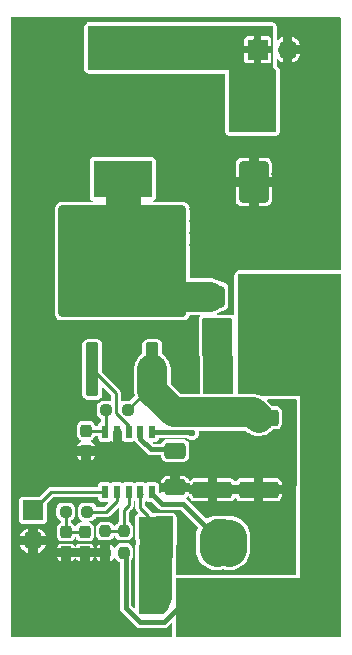
<source format=gtl>
G04 #@! TF.GenerationSoftware,KiCad,Pcbnew,8.0.0*
G04 #@! TF.CreationDate,2024-02-29T15:27:24+11:00*
G04 #@! TF.ProjectId,GingerLight,47696e67-6572-44c6-9967-68742e6b6963,rev?*
G04 #@! TF.SameCoordinates,Original*
G04 #@! TF.FileFunction,Copper,L1,Top*
G04 #@! TF.FilePolarity,Positive*
%FSLAX46Y46*%
G04 Gerber Fmt 4.6, Leading zero omitted, Abs format (unit mm)*
G04 Created by KiCad (PCBNEW 8.0.0) date 2024-02-29 15:27:24*
%MOMM*%
%LPD*%
G01*
G04 APERTURE LIST*
G04 Aperture macros list*
%AMRoundRect*
0 Rectangle with rounded corners*
0 $1 Rounding radius*
0 $2 $3 $4 $5 $6 $7 $8 $9 X,Y pos of 4 corners*
0 Add a 4 corners polygon primitive as box body*
4,1,4,$2,$3,$4,$5,$6,$7,$8,$9,$2,$3,0*
0 Add four circle primitives for the rounded corners*
1,1,$1+$1,$2,$3*
1,1,$1+$1,$4,$5*
1,1,$1+$1,$6,$7*
1,1,$1+$1,$8,$9*
0 Add four rect primitives between the rounded corners*
20,1,$1+$1,$2,$3,$4,$5,0*
20,1,$1+$1,$4,$5,$6,$7,0*
20,1,$1+$1,$6,$7,$8,$9,0*
20,1,$1+$1,$8,$9,$2,$3,0*%
G04 Aperture macros list end*
G04 #@! TA.AperFunction,SMDPad,CuDef*
%ADD10RoundRect,0.249999X-1.425001X0.450001X-1.425001X-0.450001X1.425001X-0.450001X1.425001X0.450001X0*%
G04 #@! TD*
G04 #@! TA.AperFunction,SMDPad,CuDef*
%ADD11RoundRect,0.250000X0.300000X-2.050000X0.300000X2.050000X-0.300000X2.050000X-0.300000X-2.050000X0*%
G04 #@! TD*
G04 #@! TA.AperFunction,SMDPad,CuDef*
%ADD12RoundRect,0.250000X2.375000X-2.025000X2.375000X2.025000X-2.375000X2.025000X-2.375000X-2.025000X0*%
G04 #@! TD*
G04 #@! TA.AperFunction,SMDPad,CuDef*
%ADD13RoundRect,0.250002X5.149998X-4.449998X5.149998X4.449998X-5.149998X4.449998X-5.149998X-4.449998X0*%
G04 #@! TD*
G04 #@! TA.AperFunction,SMDPad,CuDef*
%ADD14RoundRect,0.237500X0.250000X0.237500X-0.250000X0.237500X-0.250000X-0.237500X0.250000X-0.237500X0*%
G04 #@! TD*
G04 #@! TA.AperFunction,SMDPad,CuDef*
%ADD15RoundRect,0.250000X0.412500X1.100000X-0.412500X1.100000X-0.412500X-1.100000X0.412500X-1.100000X0*%
G04 #@! TD*
G04 #@! TA.AperFunction,SMDPad,CuDef*
%ADD16R,0.510000X1.100000*%
G04 #@! TD*
G04 #@! TA.AperFunction,ComponentPad*
%ADD17R,1.700000X1.700000*%
G04 #@! TD*
G04 #@! TA.AperFunction,ComponentPad*
%ADD18O,1.700000X1.700000*%
G04 #@! TD*
G04 #@! TA.AperFunction,SMDPad,CuDef*
%ADD19RoundRect,0.250000X-1.000000X1.500000X-1.000000X-1.500000X1.000000X-1.500000X1.000000X1.500000X0*%
G04 #@! TD*
G04 #@! TA.AperFunction,SMDPad,CuDef*
%ADD20RoundRect,0.237500X-0.237500X0.300000X-0.237500X-0.300000X0.237500X-0.300000X0.237500X0.300000X0*%
G04 #@! TD*
G04 #@! TA.AperFunction,SMDPad,CuDef*
%ADD21RoundRect,0.237500X0.237500X-0.250000X0.237500X0.250000X-0.237500X0.250000X-0.237500X-0.250000X0*%
G04 #@! TD*
G04 #@! TA.AperFunction,SMDPad,CuDef*
%ADD22RoundRect,0.250000X1.000000X0.650000X-1.000000X0.650000X-1.000000X-0.650000X1.000000X-0.650000X0*%
G04 #@! TD*
G04 #@! TA.AperFunction,SMDPad,CuDef*
%ADD23RoundRect,0.237500X-0.237500X0.250000X-0.237500X-0.250000X0.237500X-0.250000X0.237500X0.250000X0*%
G04 #@! TD*
G04 #@! TA.AperFunction,SMDPad,CuDef*
%ADD24R,5.000000X3.100000*%
G04 #@! TD*
G04 #@! TA.AperFunction,SMDPad,CuDef*
%ADD25RoundRect,0.237500X-0.250000X-0.237500X0.250000X-0.237500X0.250000X0.237500X-0.250000X0.237500X0*%
G04 #@! TD*
G04 #@! TA.AperFunction,SMDPad,CuDef*
%ADD26RoundRect,0.250000X-0.650000X0.412500X-0.650000X-0.412500X0.650000X-0.412500X0.650000X0.412500X0*%
G04 #@! TD*
G04 #@! TA.AperFunction,SMDPad,CuDef*
%ADD27RoundRect,0.249999X0.450001X1.425001X-0.450001X1.425001X-0.450001X-1.425001X0.450001X-1.425001X0*%
G04 #@! TD*
G04 #@! TA.AperFunction,ViaPad*
%ADD28C,0.800000*%
G04 #@! TD*
G04 #@! TA.AperFunction,ViaPad*
%ADD29C,0.600000*%
G04 #@! TD*
G04 #@! TA.AperFunction,Conductor*
%ADD30C,0.254000*%
G04 #@! TD*
G04 #@! TA.AperFunction,Conductor*
%ADD31C,0.250000*%
G04 #@! TD*
G04 #@! TA.AperFunction,Conductor*
%ADD32C,0.762000*%
G04 #@! TD*
G04 #@! TA.AperFunction,Conductor*
%ADD33C,0.381000*%
G04 #@! TD*
G04 #@! TA.AperFunction,Conductor*
%ADD34C,2.500000*%
G04 #@! TD*
G04 #@! TA.AperFunction,Conductor*
%ADD35C,3.000000*%
G04 #@! TD*
G04 #@! TA.AperFunction,Conductor*
%ADD36C,1.500000*%
G04 #@! TD*
G04 APERTURE END LIST*
D10*
G04 #@! TO.P,R502,1*
G04 #@! TO.N,Net-(Q1-S)*
X158500000Y-120650000D03*
G04 #@! TO.P,R502,2*
G04 #@! TO.N,GND*
X158500000Y-126750000D03*
G04 #@! TD*
D11*
G04 #@! TO.P,Q1,1,G*
G04 #@! TO.N,Net-(Q1-G)*
X144435000Y-116575000D03*
D12*
G04 #@! TO.P,Q1,2,D*
G04 #@! TO.N,Net-(D1-A)*
X144200000Y-109850000D03*
X149750000Y-109850000D03*
D13*
X146975000Y-107425000D03*
D12*
X144200000Y-105000000D03*
X149750000Y-105000000D03*
D11*
G04 #@! TO.P,Q1,3,S*
G04 #@! TO.N,Net-(Q1-S)*
X149515000Y-116575000D03*
G04 #@! TD*
D14*
G04 #@! TO.P,R3,1*
G04 #@! TO.N,Net-(U1-COMP)*
X144002500Y-128627500D03*
G04 #@! TO.P,R3,2*
G04 #@! TO.N,Net-(C301-Pad1)*
X142177500Y-128627500D03*
G04 #@! TD*
D15*
G04 #@! TO.P,C202,1*
G04 #@! TO.N,LED+*
X158092500Y-113860000D03*
G04 #@! TO.P,C202,2*
G04 #@! TO.N,VBUS*
X154967500Y-113860000D03*
G04 #@! TD*
D16*
G04 #@! TO.P,U1,1,SHDN*
G04 #@! TO.N,SHDN*
X145500000Y-126950000D03*
G04 #@! TO.P,U1,2,COMP*
G04 #@! TO.N,Net-(U1-COMP)*
X146500000Y-126950000D03*
G04 #@! TO.P,U1,3,OVP*
G04 #@! TO.N,Net-(U1-OVP)*
X147500000Y-126950000D03*
G04 #@! TO.P,U1,4,CSP*
G04 #@! TO.N,LED-*
X148500000Y-126950000D03*
G04 #@! TO.P,U1,5,CSN*
G04 #@! TO.N,VBUS*
X149500000Y-126950000D03*
G04 #@! TO.P,U1,6,VIN*
X149500000Y-121850000D03*
G04 #@! TO.P,U1,7,VCC*
G04 #@! TO.N,Net-(U1-VCC)*
X148500000Y-121850000D03*
G04 #@! TO.P,U1,8,DRV*
G04 #@! TO.N,Net-(Q1-G)*
X147500000Y-121850000D03*
G04 #@! TO.P,U1,9,GND*
G04 #@! TO.N,GND*
X146500000Y-121850000D03*
G04 #@! TO.P,U1,10,ISW*
G04 #@! TO.N,Net-(U1-ISW)*
X145500000Y-121850000D03*
G04 #@! TD*
D17*
G04 #@! TO.P,J3,1,Pin_1*
G04 #@! TO.N,SHDN*
X139400000Y-128515000D03*
D18*
G04 #@! TO.P,J3,2,Pin_2*
G04 #@! TO.N,GND*
X139400000Y-131055000D03*
G04 #@! TD*
D15*
G04 #@! TO.P,C201,1*
G04 #@! TO.N,LED+*
X158092500Y-117230000D03*
G04 #@! TO.P,C201,2*
G04 #@! TO.N,VBUS*
X154967500Y-117230000D03*
G04 #@! TD*
D17*
G04 #@! TO.P,J2,1,Pin_1*
G04 #@! TO.N,LED+*
X152445000Y-136020000D03*
D18*
G04 #@! TO.P,J2,2,Pin_2*
G04 #@! TO.N,LED-*
X149905000Y-136020000D03*
G04 #@! TD*
D19*
G04 #@! TO.P,C1,1*
G04 #@! TO.N,VBUS*
X158100000Y-94192500D03*
G04 #@! TO.P,C1,2*
G04 #@! TO.N,GND*
X158100000Y-100692500D03*
G04 #@! TD*
D20*
G04 #@! TO.P,C302,1*
G04 #@! TO.N,Net-(C301-Pad1)*
X142190000Y-130327500D03*
G04 #@! TO.P,C302,2*
G04 #@! TO.N,GND*
X142190000Y-132052500D03*
G04 #@! TD*
D21*
G04 #@! TO.P,R1,1*
G04 #@! TO.N,LED+*
X147100000Y-132082500D03*
G04 #@! TO.P,R1,2*
G04 #@! TO.N,Net-(U1-OVP)*
X147100000Y-130257500D03*
G04 #@! TD*
D22*
G04 #@! TO.P,D1,1,K*
G04 #@! TO.N,LED+*
X158400000Y-110400000D03*
G04 #@! TO.P,D1,2,A*
G04 #@! TO.N,Net-(D1-A)*
X154400000Y-110400000D03*
G04 #@! TD*
D23*
G04 #@! TO.P,R2,1*
G04 #@! TO.N,Net-(U1-OVP)*
X145510000Y-130257500D03*
G04 #@! TO.P,R2,2*
G04 #@! TO.N,GND*
X145510000Y-132082500D03*
G04 #@! TD*
D20*
G04 #@! TO.P,C301,1*
G04 #@! TO.N,Net-(C301-Pad1)*
X143790000Y-130327500D03*
G04 #@! TO.P,C301,2*
G04 #@! TO.N,GND*
X143790000Y-132052500D03*
G04 #@! TD*
D24*
G04 #@! TO.P,L1,1,1*
G04 #@! TO.N,VBUS*
X147000000Y-89350000D03*
G04 #@! TO.P,L1,2,2*
G04 #@! TO.N,Net-(D1-A)*
X147000000Y-100450000D03*
G04 #@! TD*
D10*
G04 #@! TO.P,R501,1*
G04 #@! TO.N,Net-(Q1-S)*
X154590000Y-120650000D03*
G04 #@! TO.P,R501,2*
G04 #@! TO.N,GND*
X154590000Y-126750000D03*
G04 #@! TD*
D25*
G04 #@! TO.P,R4,1*
G04 #@! TO.N,Net-(U1-ISW)*
X145587500Y-120000000D03*
G04 #@! TO.P,R4,2*
G04 #@! TO.N,Net-(Q1-S)*
X147412500Y-120000000D03*
G04 #@! TD*
D20*
G04 #@! TO.P,C5,1*
G04 #@! TO.N,Net-(U1-ISW)*
X143900000Y-121750000D03*
G04 #@! TO.P,C5,2*
G04 #@! TO.N,GND*
X143900000Y-123475000D03*
G04 #@! TD*
D26*
G04 #@! TO.P,C4,1*
G04 #@! TO.N,Net-(U1-VCC)*
X151440000Y-123440000D03*
G04 #@! TO.P,C4,2*
G04 #@! TO.N,GND*
X151440000Y-126565000D03*
G04 #@! TD*
D17*
G04 #@! TO.P,J1,1,Pin_1*
G04 #@! TO.N,VBUS*
X158425000Y-89500000D03*
D18*
G04 #@! TO.P,J1,2,Pin_2*
G04 #@! TO.N,GND*
X160965000Y-89500000D03*
G04 #@! TD*
D27*
G04 #@! TO.P,R6,1*
G04 #@! TO.N,VBUS*
X155270000Y-130940000D03*
G04 #@! TO.P,R6,2*
G04 #@! TO.N,LED-*
X149170000Y-130940000D03*
G04 #@! TD*
D28*
G04 #@! TO.N,GND*
X142500000Y-102000000D03*
X161250000Y-132500000D03*
D29*
X153370000Y-128090000D03*
D28*
X146000000Y-92000000D03*
X147250000Y-118000000D03*
X160250000Y-133500000D03*
X151250000Y-114000000D03*
X143750000Y-124750000D03*
X146500000Y-123250000D03*
X161000000Y-121750000D03*
X153000000Y-106000000D03*
D29*
X152620000Y-126690000D03*
D28*
X153000000Y-105000000D03*
X143000000Y-101000000D03*
X155000000Y-96000000D03*
X161250000Y-130500000D03*
X139000000Y-122000000D03*
X154000000Y-103000000D03*
X154000000Y-106000000D03*
D29*
X161000000Y-107500000D03*
D28*
X145500000Y-123250000D03*
X153000000Y-95000000D03*
X158500000Y-128250000D03*
X149500000Y-124500000D03*
X145500000Y-125500000D03*
X141000000Y-92000000D03*
X150250000Y-113000000D03*
X143000000Y-89000000D03*
X140000000Y-138000000D03*
X140500000Y-106000000D03*
X162000000Y-100000000D03*
X160000000Y-98000000D03*
X161000000Y-119750000D03*
X147500000Y-123250000D03*
X146250000Y-113000000D03*
X153000000Y-96000000D03*
X159250000Y-133500000D03*
X141000000Y-91000000D03*
X161000000Y-101000000D03*
X145250000Y-113000000D03*
D29*
X160000000Y-106000000D03*
D28*
X153000000Y-103000000D03*
X143000000Y-117500000D03*
X148000000Y-92000000D03*
X152000000Y-92000000D03*
X151000000Y-100000000D03*
X154000000Y-101000000D03*
X154000000Y-104000000D03*
X143250000Y-113000000D03*
X141000000Y-102000000D03*
X161000000Y-123750000D03*
D29*
X149370000Y-128110000D03*
D28*
X151000000Y-101000000D03*
X155000000Y-99000000D03*
D29*
X143000000Y-132000000D03*
X160000000Y-103000000D03*
D28*
X160000000Y-128250000D03*
X153000000Y-94000000D03*
X147250000Y-114000000D03*
X144250000Y-113000000D03*
X155000000Y-108000000D03*
D29*
X141140000Y-131230000D03*
D28*
X141000000Y-101000000D03*
X141000000Y-99000000D03*
X139000000Y-138000000D03*
X161000000Y-120750000D03*
X160000000Y-99000000D03*
X158250000Y-133500000D03*
D29*
X160000000Y-107000000D03*
D28*
X147250000Y-115000000D03*
X152250000Y-114000000D03*
X153000000Y-97000000D03*
X153000000Y-101000000D03*
X143500000Y-119500000D03*
X148500000Y-125500000D03*
X155000000Y-104000000D03*
X140500000Y-105000000D03*
X161000000Y-126750000D03*
X162000000Y-96000000D03*
X152000000Y-101000000D03*
D29*
X150370000Y-126580000D03*
D28*
X160000000Y-101000000D03*
X153000000Y-100000000D03*
X153000000Y-102000000D03*
X157750000Y-122500000D03*
X161000000Y-88000000D03*
X146500000Y-125500000D03*
X153000000Y-92000000D03*
X161000000Y-122750000D03*
X139000000Y-121000000D03*
X141000000Y-97000000D03*
X159750000Y-122500000D03*
X159750000Y-123500000D03*
X161250000Y-133500000D03*
D29*
X147830000Y-128770000D03*
D28*
X148250000Y-114000000D03*
X147250000Y-116000000D03*
X152000000Y-100000000D03*
X143000000Y-118500000D03*
X146250000Y-117000000D03*
X147000000Y-92000000D03*
X161000000Y-94000000D03*
X140500000Y-111000000D03*
X154000000Y-105000000D03*
X161000000Y-91000000D03*
X151250000Y-113000000D03*
X153000000Y-104000000D03*
X155000000Y-106000000D03*
D29*
X146270000Y-131200000D03*
D28*
X161000000Y-96000000D03*
X146250000Y-114000000D03*
X141000000Y-94000000D03*
X154000000Y-100000000D03*
X150000000Y-92000000D03*
X141000000Y-95000000D03*
D29*
X139380000Y-132510000D03*
X160000000Y-102000000D03*
D28*
X149250000Y-113000000D03*
X155000000Y-103000000D03*
X140500000Y-113000000D03*
X150250000Y-125000000D03*
X141000000Y-98000000D03*
X155000000Y-95000000D03*
X146250000Y-116000000D03*
X140500000Y-112000000D03*
X161000000Y-98000000D03*
X143000000Y-114500000D03*
X140500000Y-109000000D03*
D29*
X160000000Y-104000000D03*
D28*
X141000000Y-89000000D03*
X151000000Y-92000000D03*
X140500000Y-108000000D03*
X162000000Y-99000000D03*
X157750000Y-123500000D03*
X154000000Y-96000000D03*
X142250000Y-113000000D03*
X161000000Y-127750000D03*
X143000000Y-115500000D03*
X154000000Y-95000000D03*
X160000000Y-100000000D03*
X161000000Y-125750000D03*
X153250000Y-124750000D03*
X151250000Y-125000000D03*
X142000000Y-89000000D03*
X152250000Y-113000000D03*
X141000000Y-93000000D03*
X155000000Y-101000000D03*
X145000000Y-92000000D03*
X144000000Y-92000000D03*
X155000000Y-107000000D03*
X152000000Y-133500000D03*
X141000000Y-90000000D03*
X142000000Y-101000000D03*
X153000000Y-99000000D03*
X161000000Y-100000000D03*
X152250000Y-129500000D03*
X140500000Y-104000000D03*
D29*
X144630000Y-132050000D03*
D28*
X157750000Y-124500000D03*
X152250000Y-125000000D03*
D29*
X160000000Y-105000000D03*
D28*
X140500000Y-103000000D03*
X161000000Y-97000000D03*
X154000000Y-99000000D03*
X159750000Y-124500000D03*
X155000000Y-105000000D03*
X149500000Y-125500000D03*
X155000000Y-94000000D03*
X162000000Y-101000000D03*
X141000000Y-138000000D03*
X146500000Y-124250000D03*
X141000000Y-100000000D03*
X143750000Y-125750000D03*
X146250000Y-115000000D03*
X153000000Y-98000000D03*
X161250000Y-131500000D03*
X155000000Y-100000000D03*
X141000000Y-96000000D03*
X143000000Y-116500000D03*
X161000000Y-99000000D03*
X148250000Y-113000000D03*
X161000000Y-124750000D03*
X161250000Y-129500000D03*
X153000000Y-93000000D03*
X161000000Y-95000000D03*
X147250000Y-117000000D03*
X162000000Y-97000000D03*
X162000000Y-95000000D03*
X149000000Y-92000000D03*
X140500000Y-110000000D03*
D29*
X147870000Y-131190000D03*
D28*
X145500000Y-124250000D03*
X153250000Y-123750000D03*
X148500000Y-124000000D03*
X147250000Y-113000000D03*
X140500000Y-107000000D03*
X162000000Y-98000000D03*
G04 #@! TO.N,VBUS*
X155500000Y-113000000D03*
X154500000Y-113000000D03*
X156000000Y-131750000D03*
X155000000Y-130750000D03*
X155000000Y-129750000D03*
X156000000Y-129750000D03*
X155500000Y-118000000D03*
X154500000Y-118000000D03*
X154500000Y-117000000D03*
X155500000Y-115000000D03*
X154500000Y-115000000D03*
X156000000Y-130750000D03*
X155500000Y-114000000D03*
X155000000Y-131750000D03*
X155500000Y-117000000D03*
X154500000Y-114000000D03*
D29*
X152850000Y-121959500D03*
D28*
X155500000Y-116000000D03*
X154500000Y-116000000D03*
G04 #@! TD*
D30*
G04 #@! TO.N,Net-(C301-Pad1)*
X143790000Y-130327500D02*
X142190000Y-130327500D01*
D31*
X142177500Y-128627500D02*
X142177500Y-130315000D01*
X142177500Y-130315000D02*
X142190000Y-130327500D01*
D32*
G04 #@! TO.N,GND*
X146012500Y-123250000D02*
X146012500Y-123250000D01*
D31*
X141140000Y-131230000D02*
X141110000Y-131200000D01*
D32*
X146500000Y-122762500D02*
X146500000Y-121850000D01*
X146500000Y-123250000D02*
X146500000Y-122762500D01*
X146500000Y-122762500D02*
X146500000Y-122762500D01*
X145500000Y-123250000D02*
X146012500Y-123250000D01*
D31*
X139545000Y-131200000D02*
X139400000Y-131055000D01*
D32*
X146012500Y-123250000D02*
X146500000Y-123250000D01*
D31*
X141170000Y-131200000D02*
X141140000Y-131230000D01*
D32*
X145500000Y-123762500D02*
X145500000Y-123250000D01*
X145500000Y-124250000D02*
X145500000Y-123762500D01*
D31*
X141110000Y-131200000D02*
X139545000Y-131200000D01*
D32*
X145500000Y-123762500D02*
X145500000Y-123762500D01*
D31*
X146270000Y-131200000D02*
X141170000Y-131200000D01*
D33*
G04 #@! TO.N,LED+*
X152445000Y-136020000D02*
X150465000Y-138000000D01*
X147250000Y-136750000D02*
X147250000Y-132132500D01*
X148500000Y-138000000D02*
X147250000Y-136750000D01*
X150465000Y-138000000D02*
X148500000Y-138000000D01*
D34*
G04 #@! TO.N,Net-(D1-A)*
X154400000Y-110400000D02*
X150300000Y-110400000D01*
D35*
X147000000Y-107400000D02*
X146975000Y-107425000D01*
D34*
X150300000Y-110400000D02*
X149750000Y-109850000D01*
D35*
X147000000Y-100450000D02*
X147000000Y-107400000D01*
D30*
G04 #@! TO.N,Net-(Q1-G)*
X146402000Y-120293000D02*
X147500000Y-121391000D01*
X146402000Y-118542000D02*
X146402000Y-120293000D01*
X144435000Y-116575000D02*
X146402000Y-118542000D01*
X147500000Y-121391000D02*
X147500000Y-121850000D01*
G04 #@! TO.N,Net-(Q1-S)*
X147412500Y-120000000D02*
X149162500Y-118250000D01*
D34*
X151329500Y-120209500D02*
X149515000Y-118395000D01*
X158500000Y-120650000D02*
X158059500Y-120209500D01*
X158059500Y-120209500D02*
X151329500Y-120209500D01*
X149515000Y-118395000D02*
X149515000Y-116575000D01*
D30*
X149162500Y-118250000D02*
X149515000Y-118250000D01*
G04 #@! TO.N,Net-(U1-COMP)*
X146500000Y-127754000D02*
X146500000Y-126950000D01*
X145626500Y-128627500D02*
X146500000Y-127754000D01*
X144002500Y-128627500D02*
X145626500Y-128627500D01*
G04 #@! TO.N,Net-(U1-OVP)*
X145510000Y-130257500D02*
X147110000Y-130257500D01*
X147110000Y-130257500D02*
X147110000Y-128450000D01*
X147110000Y-128450000D02*
X147500000Y-128060000D01*
X147500000Y-128060000D02*
X147500000Y-126950000D01*
G04 #@! TO.N,LED-*
X148500000Y-126950000D02*
X148500000Y-128278134D01*
D33*
X148709500Y-130479500D02*
X149170000Y-130940000D01*
D30*
X148500000Y-128278134D02*
X149170000Y-128948134D01*
X148500000Y-126950000D02*
X148630000Y-127080000D01*
X149170000Y-128948134D02*
X149170000Y-130940000D01*
X148630000Y-130560000D02*
X149020000Y-130950000D01*
G04 #@! TO.N,SHDN*
X139400000Y-128515000D02*
X140965000Y-126950000D01*
X140965000Y-126950000D02*
X145500000Y-126950000D01*
G04 #@! TO.N,Net-(U1-ISW)*
X143900000Y-121750000D02*
X145400000Y-121750000D01*
X145587500Y-121762500D02*
X145500000Y-121850000D01*
X145587500Y-120000000D02*
X145587500Y-121762500D01*
X145400000Y-121750000D02*
X145500000Y-121850000D01*
D33*
G04 #@! TO.N,VBUS*
X149500000Y-127120000D02*
X150350000Y-127970000D01*
D35*
X155000000Y-130750000D02*
X155190000Y-130940000D01*
D33*
X154920000Y-130750000D02*
X155000000Y-130750000D01*
D35*
X155000000Y-131750000D02*
X156000000Y-130750000D01*
D33*
X152740500Y-121850000D02*
X149500000Y-121850000D01*
D35*
X155190000Y-130940000D02*
X155270000Y-130940000D01*
D33*
X152850000Y-121959500D02*
X152740500Y-121850000D01*
D36*
X158425000Y-93325000D02*
X158425000Y-93867500D01*
X158500000Y-93250000D02*
X158425000Y-93325000D01*
D33*
X155120000Y-130950000D02*
X155000000Y-130830000D01*
D36*
X158425000Y-93175000D02*
X158500000Y-93250000D01*
D33*
X152140000Y-127970000D02*
X154920000Y-130750000D01*
X155000000Y-130830000D02*
X155000000Y-130750000D01*
D35*
X156000000Y-130750000D02*
X156000000Y-131750000D01*
D33*
X150350000Y-127970000D02*
X152140000Y-127970000D01*
D36*
X158275000Y-89350000D02*
X158425000Y-89500000D01*
D35*
X155000000Y-131750000D02*
X155000000Y-130750000D01*
D36*
X158425000Y-93867500D02*
X158100000Y-94192500D01*
D33*
X149500000Y-126950000D02*
X149500000Y-127120000D01*
G04 #@! TO.N,Net-(U1-VCC)*
X148500000Y-122436000D02*
X149401500Y-123337500D01*
X148500000Y-121850000D02*
X148500000Y-122436000D01*
X149401500Y-123337500D02*
X151100000Y-123337500D01*
G04 #@! TD*
G04 #@! TA.AperFunction,Conductor*
G04 #@! TO.N,VBUS*
G36*
X156229221Y-112271674D02*
G01*
X156250890Y-112323099D01*
X156327128Y-118584099D01*
X156306092Y-118636685D01*
X156254034Y-118658995D01*
X156253133Y-118659000D01*
X153901145Y-118659000D01*
X153848819Y-118637326D01*
X153827150Y-118585901D01*
X153750912Y-112324901D01*
X153771948Y-112272315D01*
X153824006Y-112250005D01*
X153824907Y-112250000D01*
X156176895Y-112250000D01*
X156229221Y-112271674D01*
G37*
G04 #@! TD.AperFunction*
G04 #@! TD*
G04 #@! TA.AperFunction,Conductor*
G04 #@! TO.N,LED+*
G36*
X165467826Y-108521674D02*
G01*
X165489500Y-108574000D01*
X165489500Y-139165500D01*
X165467826Y-139217826D01*
X165415500Y-139239500D01*
X151574000Y-139239500D01*
X151521674Y-139217826D01*
X151500000Y-139165500D01*
X151500000Y-134324000D01*
X151521674Y-134271674D01*
X151574000Y-134250000D01*
X161999999Y-134250000D01*
X162000000Y-134250000D01*
X162030000Y-118800000D01*
X162029999Y-118800000D01*
X158726236Y-118800000D01*
X158692641Y-118791935D01*
X158654686Y-118772596D01*
X158654682Y-118772594D01*
X158422586Y-118697181D01*
X158422573Y-118697178D01*
X158181529Y-118659000D01*
X158181527Y-118659000D01*
X156853374Y-118659000D01*
X156801048Y-118637326D01*
X156779374Y-118585216D01*
X156750216Y-108574216D01*
X156771738Y-108521827D01*
X156824000Y-108500000D01*
X165415500Y-108500000D01*
X165467826Y-108521674D01*
G37*
G04 #@! TD.AperFunction*
G04 #@! TD*
G04 #@! TA.AperFunction,Conductor*
G04 #@! TO.N,LED-*
G36*
X151226556Y-129022080D02*
G01*
X151249126Y-129074026D01*
X151249132Y-129076140D01*
X151170135Y-136008146D01*
X151166170Y-136031216D01*
X150874489Y-136885421D01*
X150856785Y-136913834D01*
X150536801Y-137233818D01*
X150486010Y-137255476D01*
X148522789Y-137296207D01*
X148470025Y-137275623D01*
X148468928Y-137274549D01*
X148361674Y-137167295D01*
X148340000Y-137114969D01*
X148340000Y-131589033D01*
X148355291Y-131543985D01*
X148394536Y-131492841D01*
X148455044Y-131346762D01*
X148475682Y-131190000D01*
X148455044Y-131033238D01*
X148394536Y-130887159D01*
X148385949Y-130875969D01*
X148355292Y-130836014D01*
X148340000Y-130790966D01*
X148340000Y-129122738D01*
X148361674Y-129070412D01*
X148412725Y-129048750D01*
X151173866Y-129001308D01*
X151226556Y-129022080D01*
G37*
G04 #@! TD.AperFunction*
G04 #@! TD*
G04 #@! TA.AperFunction,Conductor*
G04 #@! TO.N,VBUS*
G36*
X159676118Y-87499882D02*
G01*
X159728409Y-87521639D01*
X159750000Y-87573882D01*
X159750000Y-91000000D01*
X159978326Y-91228326D01*
X160000000Y-91280652D01*
X160000000Y-96426000D01*
X159978326Y-96478326D01*
X159926000Y-96500000D01*
X156074000Y-96500000D01*
X156021674Y-96478326D01*
X156000000Y-96426000D01*
X156000000Y-91250000D01*
X155999999Y-91249999D01*
X144123845Y-91225154D01*
X144071565Y-91203370D01*
X144050000Y-91151154D01*
X144050000Y-89200000D01*
X157275000Y-89200000D01*
X158020856Y-89200000D01*
X157959075Y-89307007D01*
X157925000Y-89434174D01*
X157925000Y-89565826D01*
X157959075Y-89692993D01*
X158020856Y-89800000D01*
X157275001Y-89800000D01*
X157275001Y-90394792D01*
X157277908Y-90419868D01*
X157277910Y-90419874D01*
X157323213Y-90522478D01*
X157402521Y-90601786D01*
X157505124Y-90647089D01*
X157505123Y-90647089D01*
X157530210Y-90649999D01*
X158125000Y-90649999D01*
X158125000Y-89904144D01*
X158232007Y-89965925D01*
X158359174Y-90000000D01*
X158490826Y-90000000D01*
X158617993Y-89965925D01*
X158725000Y-89904144D01*
X158725000Y-90649999D01*
X159319792Y-90649999D01*
X159344868Y-90647091D01*
X159344874Y-90647089D01*
X159447478Y-90601786D01*
X159526786Y-90522478D01*
X159572089Y-90419875D01*
X159575000Y-90394789D01*
X159575000Y-89800000D01*
X158829144Y-89800000D01*
X158890925Y-89692993D01*
X158925000Y-89565826D01*
X158925000Y-89434174D01*
X158890925Y-89307007D01*
X158829144Y-89200000D01*
X159574999Y-89200000D01*
X159574999Y-88605207D01*
X159572091Y-88580131D01*
X159572089Y-88580125D01*
X159526786Y-88477521D01*
X159447478Y-88398213D01*
X159344875Y-88352910D01*
X159344876Y-88352910D01*
X159319789Y-88350000D01*
X158725000Y-88350000D01*
X158725000Y-89095855D01*
X158617993Y-89034075D01*
X158490826Y-89000000D01*
X158359174Y-89000000D01*
X158232007Y-89034075D01*
X158125000Y-89095855D01*
X158125000Y-88350000D01*
X157530207Y-88350000D01*
X157505131Y-88352908D01*
X157505125Y-88352910D01*
X157402521Y-88398213D01*
X157323213Y-88477521D01*
X157277910Y-88580124D01*
X157275000Y-88605210D01*
X157275000Y-89200000D01*
X144050000Y-89200000D01*
X144050000Y-87549118D01*
X144071674Y-87496792D01*
X144124000Y-87475118D01*
X144124104Y-87475118D01*
X159676118Y-87499882D01*
G37*
G04 #@! TD.AperFunction*
G04 #@! TD*
G04 #@! TA.AperFunction,Conductor*
G04 #@! TO.N,GND*
G36*
X165470755Y-86779245D02*
G01*
X165489500Y-86824500D01*
X165489500Y-108131260D01*
X165470755Y-108176515D01*
X165425500Y-108195260D01*
X165418461Y-108194610D01*
X165418446Y-108194773D01*
X165415500Y-108194500D01*
X156824000Y-108194500D01*
X156816355Y-108194599D01*
X156816049Y-108194603D01*
X156706268Y-108218097D01*
X156706261Y-108218099D01*
X156653995Y-108239927D01*
X156641115Y-108245659D01*
X156641114Y-108245660D01*
X156550172Y-108311495D01*
X156550171Y-108311496D01*
X156489158Y-108405730D01*
X156489151Y-108405743D01*
X156467626Y-108458140D01*
X156465025Y-108464686D01*
X156444717Y-108575101D01*
X156444717Y-108575105D01*
X156454522Y-111941780D01*
X156435908Y-111987089D01*
X156390708Y-112005966D01*
X156355585Y-111995589D01*
X156346130Y-111989429D01*
X156293796Y-111967751D01*
X156287264Y-111965133D01*
X156287251Y-111965129D01*
X156176897Y-111944500D01*
X156176895Y-111944500D01*
X155050595Y-111944500D01*
X155005340Y-111925755D01*
X154986595Y-111880500D01*
X155005340Y-111835245D01*
X155021540Y-111823476D01*
X155212632Y-111726110D01*
X155212634Y-111726108D01*
X155212639Y-111726106D01*
X155368697Y-111612722D01*
X155406315Y-111600500D01*
X155443110Y-111600500D01*
X155531556Y-111589878D01*
X155531556Y-111589877D01*
X155531564Y-111589877D01*
X155672342Y-111534361D01*
X155792922Y-111442922D01*
X155884361Y-111322342D01*
X155939877Y-111181564D01*
X155939878Y-111181556D01*
X155950500Y-111093109D01*
X155950500Y-109706890D01*
X155939878Y-109618443D01*
X155939877Y-109618441D01*
X155939877Y-109618436D01*
X155884361Y-109477658D01*
X155884360Y-109477657D01*
X155884360Y-109477656D01*
X155884358Y-109477653D01*
X155792925Y-109357082D01*
X155792922Y-109357078D01*
X155792917Y-109357074D01*
X155672346Y-109265641D01*
X155672343Y-109265639D01*
X155531564Y-109210123D01*
X155531556Y-109210121D01*
X155443110Y-109199500D01*
X155443102Y-109199500D01*
X155406315Y-109199500D01*
X155368697Y-109187277D01*
X155212639Y-109073894D01*
X155212632Y-109073889D01*
X154995191Y-108963098D01*
X154995182Y-108963095D01*
X154763077Y-108887679D01*
X154763070Y-108887677D01*
X154597137Y-108861396D01*
X154522027Y-108849500D01*
X154522024Y-108849500D01*
X152739500Y-108849500D01*
X152694245Y-108830755D01*
X152675500Y-108785500D01*
X152675500Y-102931890D01*
X152664878Y-102843443D01*
X152664877Y-102843441D01*
X152664877Y-102843436D01*
X152609361Y-102702658D01*
X152609360Y-102702657D01*
X152609360Y-102702656D01*
X152609358Y-102702653D01*
X152517925Y-102582082D01*
X152517922Y-102582078D01*
X152517917Y-102582074D01*
X152397346Y-102490641D01*
X152397343Y-102490639D01*
X152256564Y-102435123D01*
X152256556Y-102435121D01*
X152168110Y-102424500D01*
X152168102Y-102424500D01*
X152168098Y-102424500D01*
X149582528Y-102424500D01*
X149537273Y-102405755D01*
X149518528Y-102360500D01*
X149537273Y-102315245D01*
X149565734Y-102298743D01*
X149569991Y-102297585D01*
X149672765Y-102252206D01*
X149752206Y-102172765D01*
X149797585Y-102069991D01*
X149800500Y-102044865D01*
X149800499Y-101092500D01*
X156550000Y-101092500D01*
X156550000Y-102235567D01*
X156560612Y-102323937D01*
X156560615Y-102323948D01*
X156616078Y-102464594D01*
X156616079Y-102464595D01*
X156707434Y-102585063D01*
X156707436Y-102585065D01*
X156827904Y-102676420D01*
X156827905Y-102676421D01*
X156968551Y-102731884D01*
X156968562Y-102731887D01*
X157056932Y-102742500D01*
X157700000Y-102742500D01*
X157700000Y-101092500D01*
X158500000Y-101092500D01*
X158500000Y-102742500D01*
X159143068Y-102742500D01*
X159231437Y-102731887D01*
X159231448Y-102731884D01*
X159372094Y-102676421D01*
X159372095Y-102676420D01*
X159492563Y-102585065D01*
X159492565Y-102585063D01*
X159583920Y-102464595D01*
X159583921Y-102464594D01*
X159639384Y-102323948D01*
X159639387Y-102323937D01*
X159650000Y-102235567D01*
X159650000Y-101092500D01*
X158500000Y-101092500D01*
X157700000Y-101092500D01*
X156550000Y-101092500D01*
X149800499Y-101092500D01*
X149800499Y-100292500D01*
X156550000Y-100292500D01*
X157700000Y-100292500D01*
X157700000Y-98642500D01*
X158500000Y-98642500D01*
X158500000Y-100292500D01*
X159650000Y-100292500D01*
X159650000Y-99149432D01*
X159639387Y-99061062D01*
X159639384Y-99061051D01*
X159583921Y-98920405D01*
X159583920Y-98920404D01*
X159492565Y-98799936D01*
X159492563Y-98799934D01*
X159372095Y-98708579D01*
X159372094Y-98708578D01*
X159231448Y-98653115D01*
X159231437Y-98653112D01*
X159143068Y-98642500D01*
X158500000Y-98642500D01*
X157700000Y-98642500D01*
X157056932Y-98642500D01*
X156968562Y-98653112D01*
X156968551Y-98653115D01*
X156827905Y-98708578D01*
X156827904Y-98708579D01*
X156707436Y-98799934D01*
X156707434Y-98799936D01*
X156616079Y-98920404D01*
X156616078Y-98920405D01*
X156560615Y-99061051D01*
X156560612Y-99061062D01*
X156550000Y-99149432D01*
X156550000Y-100292500D01*
X149800499Y-100292500D01*
X149800499Y-98855136D01*
X149797585Y-98830009D01*
X149752206Y-98727235D01*
X149672765Y-98647794D01*
X149569991Y-98602415D01*
X149544865Y-98599500D01*
X149544863Y-98599500D01*
X144455141Y-98599500D01*
X144455132Y-98599501D01*
X144430006Y-98602415D01*
X144352928Y-98636449D01*
X144327235Y-98647794D01*
X144247794Y-98727235D01*
X144202415Y-98830009D01*
X144199500Y-98855135D01*
X144199500Y-102044858D01*
X144199501Y-102044867D01*
X144202415Y-102069993D01*
X144225104Y-102121378D01*
X144247794Y-102172765D01*
X144327235Y-102252206D01*
X144430009Y-102297585D01*
X144430014Y-102297587D01*
X144434274Y-102298746D01*
X144473019Y-102328715D01*
X144479224Y-102377304D01*
X144449255Y-102416049D01*
X144417470Y-102424500D01*
X141781890Y-102424500D01*
X141693443Y-102435121D01*
X141693435Y-102435123D01*
X141552656Y-102490639D01*
X141552653Y-102490641D01*
X141432082Y-102582074D01*
X141432074Y-102582082D01*
X141340641Y-102702653D01*
X141340639Y-102702656D01*
X141285123Y-102843435D01*
X141285121Y-102843443D01*
X141274500Y-102931890D01*
X141274500Y-111918109D01*
X141285121Y-112006556D01*
X141285123Y-112006564D01*
X141340639Y-112147343D01*
X141340641Y-112147346D01*
X141394234Y-112218018D01*
X141432078Y-112267922D01*
X141432082Y-112267925D01*
X141552653Y-112359358D01*
X141552656Y-112359360D01*
X141552657Y-112359360D01*
X141552658Y-112359361D01*
X141693436Y-112414877D01*
X141693441Y-112414877D01*
X141693443Y-112414878D01*
X141781890Y-112425500D01*
X141781898Y-112425500D01*
X152168110Y-112425500D01*
X152256556Y-112414878D01*
X152256556Y-112414877D01*
X152256564Y-112414877D01*
X152397342Y-112359361D01*
X152517922Y-112267922D01*
X152609361Y-112147342D01*
X152664877Y-112006564D01*
X152664877Y-112006560D01*
X152665882Y-112002586D01*
X152667076Y-112002887D01*
X152688854Y-111964167D01*
X152728384Y-111950500D01*
X153507799Y-111950500D01*
X153553054Y-111969245D01*
X153571799Y-112014500D01*
X153553054Y-112059755D01*
X153549967Y-112062411D01*
X153548443Y-112064046D01*
X153488302Y-112158846D01*
X153488297Y-112158855D01*
X153467273Y-112211412D01*
X153464719Y-112218016D01*
X153464718Y-112218019D01*
X153445435Y-112328622D01*
X153521673Y-118589649D01*
X153521756Y-118593685D01*
X153503945Y-118639316D01*
X153459085Y-118658986D01*
X153457770Y-118659000D01*
X151998249Y-118659000D01*
X151952994Y-118640255D01*
X151084245Y-117771506D01*
X151065500Y-117726251D01*
X151065500Y-116452975D01*
X151027322Y-116211929D01*
X151027320Y-116211922D01*
X150951904Y-115979815D01*
X150951902Y-115979811D01*
X150951901Y-115979808D01*
X150841110Y-115762367D01*
X150841105Y-115762360D01*
X150697658Y-115564920D01*
X150525083Y-115392345D01*
X150525078Y-115392341D01*
X150391882Y-115295568D01*
X150366288Y-115253803D01*
X150365500Y-115243791D01*
X150365500Y-114481890D01*
X150354878Y-114393443D01*
X150354877Y-114393441D01*
X150354877Y-114393436D01*
X150299361Y-114252658D01*
X150299360Y-114252657D01*
X150299360Y-114252656D01*
X150299358Y-114252653D01*
X150207925Y-114132082D01*
X150207922Y-114132078D01*
X150207917Y-114132074D01*
X150087346Y-114040641D01*
X150087343Y-114040639D01*
X149946564Y-113985123D01*
X149946556Y-113985121D01*
X149858110Y-113974500D01*
X149858102Y-113974500D01*
X149171898Y-113974500D01*
X149171890Y-113974500D01*
X149083443Y-113985121D01*
X149083435Y-113985123D01*
X148942656Y-114040639D01*
X148942653Y-114040641D01*
X148822082Y-114132074D01*
X148822074Y-114132082D01*
X148730641Y-114252653D01*
X148730639Y-114252656D01*
X148675123Y-114393435D01*
X148675121Y-114393443D01*
X148664500Y-114481890D01*
X148664500Y-115243791D01*
X148645755Y-115289046D01*
X148638118Y-115295568D01*
X148504921Y-115392341D01*
X148332345Y-115564917D01*
X148332341Y-115564920D01*
X148188894Y-115762360D01*
X148188889Y-115762367D01*
X148078098Y-115979808D01*
X148078095Y-115979817D01*
X148002679Y-116211922D01*
X148002677Y-116211929D01*
X147964500Y-116452975D01*
X147964500Y-118517024D01*
X148002677Y-118758069D01*
X148003266Y-118760520D01*
X148001768Y-118760879D01*
X147998289Y-118805197D01*
X147986514Y-118821408D01*
X147602169Y-119205755D01*
X147556914Y-119224500D01*
X147120375Y-119224500D01*
X147033929Y-119234882D01*
X147033927Y-119234882D01*
X147033923Y-119234883D01*
X146916979Y-119281000D01*
X146868002Y-119280163D01*
X146833962Y-119244941D01*
X146829500Y-119221462D01*
X146829500Y-118485721D01*
X146829499Y-118485716D01*
X146824733Y-118467930D01*
X146824733Y-118467928D01*
X146800368Y-118376995D01*
X146800368Y-118376994D01*
X146800367Y-118376993D01*
X146800367Y-118376991D01*
X146744085Y-118279508D01*
X145304245Y-116839668D01*
X145285500Y-116794413D01*
X145285500Y-114481890D01*
X145274878Y-114393443D01*
X145274877Y-114393441D01*
X145274877Y-114393436D01*
X145219361Y-114252658D01*
X145219360Y-114252657D01*
X145219360Y-114252656D01*
X145219358Y-114252653D01*
X145127925Y-114132082D01*
X145127922Y-114132078D01*
X145127917Y-114132074D01*
X145007346Y-114040641D01*
X145007343Y-114040639D01*
X144866564Y-113985123D01*
X144866556Y-113985121D01*
X144778110Y-113974500D01*
X144778102Y-113974500D01*
X144091898Y-113974500D01*
X144091890Y-113974500D01*
X144003443Y-113985121D01*
X144003435Y-113985123D01*
X143862656Y-114040639D01*
X143862653Y-114040641D01*
X143742082Y-114132074D01*
X143742074Y-114132082D01*
X143650641Y-114252653D01*
X143650639Y-114252656D01*
X143595123Y-114393435D01*
X143595121Y-114393443D01*
X143584500Y-114481890D01*
X143584500Y-118668109D01*
X143595121Y-118756556D01*
X143595123Y-118756564D01*
X143650639Y-118897343D01*
X143650641Y-118897346D01*
X143742074Y-119017917D01*
X143742078Y-119017922D01*
X143742082Y-119017925D01*
X143862653Y-119109358D01*
X143862656Y-119109360D01*
X143862657Y-119109360D01*
X143862658Y-119109361D01*
X144003436Y-119164877D01*
X144003441Y-119164877D01*
X144003443Y-119164878D01*
X144091890Y-119175500D01*
X144091898Y-119175500D01*
X144778110Y-119175500D01*
X144866556Y-119164878D01*
X144866556Y-119164877D01*
X144866564Y-119164877D01*
X145007342Y-119109361D01*
X145127922Y-119017922D01*
X145219361Y-118897342D01*
X145274877Y-118756564D01*
X145281630Y-118700331D01*
X145285500Y-118668109D01*
X145285500Y-118184586D01*
X145304245Y-118139331D01*
X145349500Y-118120586D01*
X145394755Y-118139331D01*
X145955755Y-118700331D01*
X145974500Y-118745586D01*
X145974500Y-119163748D01*
X145955755Y-119209003D01*
X145910500Y-119227748D01*
X145902870Y-119227292D01*
X145879619Y-119224500D01*
X145879618Y-119224500D01*
X145295382Y-119224500D01*
X145295375Y-119224500D01*
X145208929Y-119234882D01*
X145208922Y-119234883D01*
X145071340Y-119289138D01*
X145071337Y-119289140D01*
X144953504Y-119378496D01*
X144953496Y-119378504D01*
X144864140Y-119496337D01*
X144864138Y-119496340D01*
X144809883Y-119633922D01*
X144809882Y-119633929D01*
X144799500Y-119720375D01*
X144799500Y-120279624D01*
X144809882Y-120366070D01*
X144809883Y-120366077D01*
X144864138Y-120503659D01*
X144864140Y-120503662D01*
X144953496Y-120621495D01*
X144953500Y-120621500D01*
X144953504Y-120621503D01*
X145071337Y-120710859D01*
X145071342Y-120710862D01*
X145119478Y-120729844D01*
X145154701Y-120763884D01*
X145160000Y-120789382D01*
X145160000Y-120967339D01*
X145141255Y-121012594D01*
X145121852Y-121025885D01*
X145072238Y-121047792D01*
X145072235Y-121047794D01*
X144992794Y-121127235D01*
X144947415Y-121230009D01*
X144944500Y-121255135D01*
X144944500Y-121258500D01*
X144925755Y-121303755D01*
X144880500Y-121322500D01*
X144709100Y-121322500D01*
X144663845Y-121303755D01*
X144649562Y-121281979D01*
X144638976Y-121255136D01*
X144610862Y-121183842D01*
X144610861Y-121183841D01*
X144610861Y-121183840D01*
X144610859Y-121183837D01*
X144521503Y-121066004D01*
X144521500Y-121066000D01*
X144497492Y-121047794D01*
X144403662Y-120976640D01*
X144403659Y-120976638D01*
X144266077Y-120922383D01*
X144266070Y-120922382D01*
X144179625Y-120912000D01*
X144179618Y-120912000D01*
X143620382Y-120912000D01*
X143620375Y-120912000D01*
X143533929Y-120922382D01*
X143533922Y-120922383D01*
X143396340Y-120976638D01*
X143396337Y-120976640D01*
X143278504Y-121065996D01*
X143278496Y-121066004D01*
X143189140Y-121183837D01*
X143189138Y-121183840D01*
X143134883Y-121321422D01*
X143134882Y-121321429D01*
X143124500Y-121407875D01*
X143124500Y-122092124D01*
X143134882Y-122178570D01*
X143134883Y-122178577D01*
X143189138Y-122316159D01*
X143189140Y-122316162D01*
X143278496Y-122433995D01*
X143278500Y-122434000D01*
X143278504Y-122434003D01*
X143396337Y-122523359D01*
X143396342Y-122523362D01*
X143472083Y-122553230D01*
X143507306Y-122587270D01*
X143508143Y-122636246D01*
X143474103Y-122671469D01*
X143472084Y-122672306D01*
X143396587Y-122702078D01*
X143396584Y-122702080D01*
X143278861Y-122791353D01*
X143278853Y-122791361D01*
X143189580Y-122909084D01*
X143189578Y-122909087D01*
X143135372Y-123046544D01*
X143135372Y-123046546D01*
X143131955Y-123074999D01*
X143131956Y-123075000D01*
X144668044Y-123075000D01*
X144668044Y-123074999D01*
X144664627Y-123046546D01*
X144664627Y-123046544D01*
X144610421Y-122909087D01*
X144610419Y-122909084D01*
X144521146Y-122791361D01*
X144521138Y-122791353D01*
X144403415Y-122702080D01*
X144403412Y-122702078D01*
X144327915Y-122672306D01*
X144292692Y-122638265D01*
X144291856Y-122589289D01*
X144325897Y-122554066D01*
X144327874Y-122553247D01*
X144403658Y-122523362D01*
X144521500Y-122434000D01*
X144610862Y-122316158D01*
X144649562Y-122218020D01*
X144683602Y-122182798D01*
X144709100Y-122177500D01*
X144880501Y-122177500D01*
X144925756Y-122196245D01*
X144944501Y-122241500D01*
X144944501Y-122444867D01*
X144947415Y-122469993D01*
X144955199Y-122487621D01*
X144992794Y-122572765D01*
X145072235Y-122652206D01*
X145175009Y-122697585D01*
X145200135Y-122700500D01*
X145799864Y-122700499D01*
X145824991Y-122697585D01*
X145927765Y-122652206D01*
X145955099Y-122624871D01*
X146000353Y-122606127D01*
X146045608Y-122624872D01*
X146072522Y-122651786D01*
X146175125Y-122697089D01*
X146200207Y-122699999D01*
X146245000Y-122699998D01*
X146245000Y-121659000D01*
X146263745Y-121613745D01*
X146309000Y-121595000D01*
X146691000Y-121595000D01*
X146736255Y-121613745D01*
X146755000Y-121659000D01*
X146755000Y-122699999D01*
X146799787Y-122699999D01*
X146799795Y-122699998D01*
X146824874Y-122697089D01*
X146824878Y-122697088D01*
X146927477Y-122651786D01*
X146954390Y-122624873D01*
X146999645Y-122606127D01*
X147044900Y-122624871D01*
X147072235Y-122652206D01*
X147175009Y-122697585D01*
X147200135Y-122700500D01*
X147799864Y-122700499D01*
X147824991Y-122697585D01*
X147927765Y-122652206D01*
X147951271Y-122628699D01*
X147996523Y-122609955D01*
X148041778Y-122628699D01*
X148051949Y-122641955D01*
X148107099Y-122737478D01*
X148107102Y-122737481D01*
X149008602Y-123638981D01*
X149100019Y-123730398D01*
X149211981Y-123795039D01*
X149211983Y-123795039D01*
X149211984Y-123795040D01*
X149288404Y-123815516D01*
X149336859Y-123828500D01*
X150175500Y-123828500D01*
X150220755Y-123847245D01*
X150239500Y-123892500D01*
X150239500Y-123895609D01*
X150250121Y-123984056D01*
X150250123Y-123984064D01*
X150305639Y-124124843D01*
X150305641Y-124124846D01*
X150331267Y-124158638D01*
X150397078Y-124245422D01*
X150397082Y-124245425D01*
X150517653Y-124336858D01*
X150517656Y-124336860D01*
X150517657Y-124336860D01*
X150517658Y-124336861D01*
X150658436Y-124392377D01*
X150658441Y-124392377D01*
X150658443Y-124392378D01*
X150746890Y-124403000D01*
X150746898Y-124403000D01*
X152133110Y-124403000D01*
X152221556Y-124392378D01*
X152221556Y-124392377D01*
X152221564Y-124392377D01*
X152362342Y-124336861D01*
X152482922Y-124245422D01*
X152574361Y-124124842D01*
X152629877Y-123984064D01*
X152629878Y-123984056D01*
X152640500Y-123895609D01*
X152640500Y-122984390D01*
X152629878Y-122895943D01*
X152629877Y-122895941D01*
X152629877Y-122895936D01*
X152574361Y-122755158D01*
X152574360Y-122755157D01*
X152574360Y-122755156D01*
X152574358Y-122755153D01*
X152482925Y-122634582D01*
X152482922Y-122634578D01*
X152475172Y-122628701D01*
X152362346Y-122543141D01*
X152362343Y-122543139D01*
X152221564Y-122487623D01*
X152221556Y-122487621D01*
X152133110Y-122477000D01*
X152133102Y-122477000D01*
X150746898Y-122477000D01*
X150746890Y-122477000D01*
X150658443Y-122487621D01*
X150658435Y-122487623D01*
X150517656Y-122543139D01*
X150517653Y-122543141D01*
X150397082Y-122634574D01*
X150397074Y-122634582D01*
X150305641Y-122755153D01*
X150305639Y-122755156D01*
X150285598Y-122805979D01*
X150251558Y-122841202D01*
X150226060Y-122846500D01*
X149631389Y-122846500D01*
X149586134Y-122827755D01*
X149568133Y-122809754D01*
X149549388Y-122764499D01*
X149568133Y-122719244D01*
X149613388Y-122700499D01*
X149799859Y-122700499D01*
X149799864Y-122700499D01*
X149824991Y-122697585D01*
X149927765Y-122652206D01*
X150007206Y-122572765D01*
X150052585Y-122469991D01*
X150055500Y-122444865D01*
X150055500Y-122405000D01*
X150074245Y-122359745D01*
X150119500Y-122341000D01*
X152354259Y-122341000D01*
X152399514Y-122359745D01*
X152405033Y-122366039D01*
X152421714Y-122387778D01*
X152421716Y-122387780D01*
X152421718Y-122387782D01*
X152547159Y-122484036D01*
X152693238Y-122544544D01*
X152693239Y-122544544D01*
X152693242Y-122544545D01*
X152849996Y-122565182D01*
X152850000Y-122565182D01*
X152850004Y-122565182D01*
X153006757Y-122544545D01*
X153006758Y-122544544D01*
X153006762Y-122544544D01*
X153152841Y-122484036D01*
X153278282Y-122387782D01*
X153374536Y-122262341D01*
X153435044Y-122116262D01*
X153438909Y-122086904D01*
X153455682Y-121959503D01*
X153455682Y-121959502D01*
X153438943Y-121832353D01*
X153451622Y-121785039D01*
X153494043Y-121760547D01*
X153502396Y-121760000D01*
X157390752Y-121760000D01*
X157436007Y-121778745D01*
X157489920Y-121832658D01*
X157638000Y-121940243D01*
X157664507Y-121959502D01*
X157687360Y-121976105D01*
X157687367Y-121976110D01*
X157904808Y-122086901D01*
X157904811Y-122086902D01*
X157904815Y-122086904D01*
X158136924Y-122162321D01*
X158136927Y-122162321D01*
X158136929Y-122162322D01*
X158210335Y-122173948D01*
X158377973Y-122200500D01*
X158377976Y-122200500D01*
X158622024Y-122200500D01*
X158622027Y-122200500D01*
X158863076Y-122162321D01*
X159095185Y-122086904D01*
X159095191Y-122086901D01*
X159312632Y-121976110D01*
X159312634Y-121976108D01*
X159312639Y-121976106D01*
X159510083Y-121832655D01*
X159673494Y-121669244D01*
X159718749Y-121650499D01*
X159968102Y-121650499D01*
X160056565Y-121639877D01*
X160197343Y-121584361D01*
X160317923Y-121492923D01*
X160409361Y-121372343D01*
X160464877Y-121231565D01*
X160475500Y-121143103D01*
X160475499Y-120156898D01*
X160464877Y-120068435D01*
X160409361Y-119927657D01*
X160409360Y-119927656D01*
X160409360Y-119927655D01*
X160409358Y-119927652D01*
X160317926Y-119807081D01*
X160317923Y-119807077D01*
X160305729Y-119797830D01*
X160197347Y-119715641D01*
X160197344Y-119715639D01*
X160056565Y-119660123D01*
X160056557Y-119660121D01*
X159968111Y-119649500D01*
X159968103Y-119649500D01*
X159718747Y-119649500D01*
X159673493Y-119630755D01*
X159257493Y-119214755D01*
X159238748Y-119169500D01*
X159257493Y-119124245D01*
X159302748Y-119105500D01*
X161659781Y-119105500D01*
X161705036Y-119124245D01*
X161723781Y-119169500D01*
X161723781Y-119169624D01*
X161695217Y-133880624D01*
X161676384Y-133925843D01*
X161631217Y-133944500D01*
X151574000Y-133944500D01*
X151572075Y-133944522D01*
X151564633Y-133944607D01*
X151519167Y-133926379D01*
X151499907Y-133881341D01*
X151499907Y-133879937D01*
X151554612Y-129079621D01*
X151554631Y-129075273D01*
X151554625Y-129073159D01*
X151554378Y-129061723D01*
X151529321Y-128952284D01*
X151506751Y-128900338D01*
X151500830Y-128887529D01*
X151433704Y-128797536D01*
X151401535Y-128777353D01*
X151338605Y-128737870D01*
X151338597Y-128737866D01*
X151285932Y-128717104D01*
X151279313Y-128714583D01*
X151168623Y-128695853D01*
X151168618Y-128695853D01*
X150968095Y-128699298D01*
X149571873Y-128723287D01*
X149526303Y-128705322D01*
X149515350Y-128691298D01*
X149512085Y-128685642D01*
X148946245Y-128119802D01*
X148927500Y-128074547D01*
X148927500Y-127778981D01*
X148946243Y-127733729D01*
X148954743Y-127725228D01*
X148999996Y-127706480D01*
X149045252Y-127725223D01*
X149072235Y-127752206D01*
X149175009Y-127797585D01*
X149200135Y-127800500D01*
X149459610Y-127800499D01*
X149504865Y-127819244D01*
X149957102Y-128271481D01*
X150048519Y-128362898D01*
X150160481Y-128427539D01*
X150160483Y-128427539D01*
X150160484Y-128427540D01*
X150218697Y-128443138D01*
X150285359Y-128461000D01*
X151910111Y-128461000D01*
X151955366Y-128479745D01*
X153364908Y-129889287D01*
X153383653Y-129934542D01*
X153378782Y-129959033D01*
X153366577Y-129988500D01*
X153366576Y-129988501D01*
X153291393Y-130170006D01*
X153230308Y-130397977D01*
X153230305Y-130397991D01*
X153199500Y-130631983D01*
X153199500Y-131868016D01*
X153230305Y-132102008D01*
X153230308Y-132102022D01*
X153291393Y-132329993D01*
X153324447Y-132409790D01*
X153324447Y-132409791D01*
X153381711Y-132548041D01*
X153381712Y-132548042D01*
X153381714Y-132548046D01*
X153381716Y-132548050D01*
X153499727Y-132752450D01*
X153643408Y-132939699D01*
X153810301Y-133106592D01*
X153997550Y-133250273D01*
X154201950Y-133368284D01*
X154292272Y-133405696D01*
X154356139Y-133432151D01*
X154420006Y-133458606D01*
X154647977Y-133519691D01*
X154647991Y-133519694D01*
X154792899Y-133538771D01*
X154881989Y-133550500D01*
X155118011Y-133550500D01*
X155244886Y-133533796D01*
X155352001Y-133519695D01*
X155352003Y-133519694D01*
X155352014Y-133519693D01*
X155483437Y-133484478D01*
X155516563Y-133484478D01*
X155647986Y-133519693D01*
X155647993Y-133519694D01*
X155647998Y-133519695D01*
X155803988Y-133540231D01*
X155881989Y-133550500D01*
X156118011Y-133550500D01*
X156262924Y-133531421D01*
X156352008Y-133519694D01*
X156352010Y-133519693D01*
X156352014Y-133519693D01*
X156352019Y-133519691D01*
X156352022Y-133519691D01*
X156579993Y-133458606D01*
X156798049Y-133368284D01*
X157002450Y-133250273D01*
X157189699Y-133106592D01*
X157356592Y-132939699D01*
X157500273Y-132752450D01*
X157618284Y-132548049D01*
X157708606Y-132329993D01*
X157769693Y-132102014D01*
X157771427Y-132088847D01*
X157781421Y-132012924D01*
X157800500Y-131868011D01*
X157800500Y-130631989D01*
X157769693Y-130397986D01*
X157708606Y-130170007D01*
X157705138Y-130161633D01*
X157618284Y-129951950D01*
X157500274Y-129747549D01*
X157500272Y-129747546D01*
X157500269Y-129747541D01*
X157356600Y-129560310D01*
X157356597Y-129560307D01*
X157356592Y-129560300D01*
X157189700Y-129393408D01*
X157189693Y-129393402D01*
X157189689Y-129393399D01*
X157002458Y-129249730D01*
X156798041Y-129131711D01*
X156579994Y-129041393D01*
X156352022Y-128980308D01*
X156352008Y-128980305D01*
X156118016Y-128949500D01*
X156118011Y-128949500D01*
X155881989Y-128949500D01*
X155772201Y-128963953D01*
X155763848Y-128964500D01*
X155236149Y-128964500D01*
X155227796Y-128963953D01*
X155227358Y-128963895D01*
X155118011Y-128949500D01*
X154881989Y-128949500D01*
X154881983Y-128949500D01*
X154647991Y-128980305D01*
X154647977Y-128980308D01*
X154420006Y-129041393D01*
X154302155Y-129090210D01*
X154302154Y-129090210D01*
X154201960Y-129131710D01*
X154201954Y-129131713D01*
X154113971Y-129182509D01*
X154065407Y-129188902D01*
X154036717Y-129172338D01*
X152441478Y-127577099D01*
X152393264Y-127549263D01*
X152363445Y-127510402D01*
X152369839Y-127461838D01*
X152386593Y-127442842D01*
X152482564Y-127370064D01*
X152517916Y-127323446D01*
X152560197Y-127298713D01*
X152607583Y-127311121D01*
X152628450Y-127338638D01*
X152681079Y-127472095D01*
X152772434Y-127592563D01*
X152772436Y-127592565D01*
X152892904Y-127683920D01*
X152892903Y-127683920D01*
X153033553Y-127739385D01*
X153033561Y-127739387D01*
X153121931Y-127749999D01*
X154190000Y-127749999D01*
X154190000Y-127150000D01*
X154990000Y-127150000D01*
X154990000Y-127749999D01*
X156058066Y-127749999D01*
X156146442Y-127739386D01*
X156146444Y-127739386D01*
X156287096Y-127683920D01*
X156407563Y-127592565D01*
X156407568Y-127592560D01*
X156494005Y-127478578D01*
X156536286Y-127453845D01*
X156583671Y-127466254D01*
X156595995Y-127478578D01*
X156682431Y-127592560D01*
X156682436Y-127592565D01*
X156802904Y-127683920D01*
X156802903Y-127683920D01*
X156943553Y-127739385D01*
X156943561Y-127739387D01*
X157031931Y-127749999D01*
X158100000Y-127749999D01*
X158100000Y-127150000D01*
X158900000Y-127150000D01*
X158900000Y-127749999D01*
X159968066Y-127749999D01*
X160056442Y-127739386D01*
X160056444Y-127739386D01*
X160197096Y-127683920D01*
X160317563Y-127592565D01*
X160317565Y-127592563D01*
X160408920Y-127472096D01*
X160464385Y-127331446D01*
X160464387Y-127331438D01*
X160475000Y-127243068D01*
X160475000Y-127150000D01*
X158900000Y-127150000D01*
X158100000Y-127150000D01*
X154990000Y-127150000D01*
X154190000Y-127150000D01*
X152636000Y-127150000D01*
X152590745Y-127131255D01*
X152572000Y-127086000D01*
X152572000Y-126965000D01*
X150240000Y-126965000D01*
X150240000Y-127011111D01*
X150221255Y-127056366D01*
X150176000Y-127075111D01*
X150130745Y-127056366D01*
X150074244Y-126999865D01*
X150055499Y-126954610D01*
X150055499Y-126355141D01*
X150055499Y-126355136D01*
X150052585Y-126330009D01*
X150007206Y-126227235D01*
X149944971Y-126165000D01*
X150240000Y-126165000D01*
X151040000Y-126165000D01*
X151040000Y-125602500D01*
X151840000Y-125602500D01*
X151840000Y-126165000D01*
X152619000Y-126165000D01*
X152664255Y-126183745D01*
X152683000Y-126229000D01*
X152683000Y-126350000D01*
X154190000Y-126350000D01*
X154190000Y-125750000D01*
X154990000Y-125750000D01*
X154990000Y-126350000D01*
X158100000Y-126350000D01*
X158100000Y-125750000D01*
X158900000Y-125750000D01*
X158900000Y-126350000D01*
X160474999Y-126350000D01*
X160474999Y-126256933D01*
X160464386Y-126168557D01*
X160464386Y-126168555D01*
X160408920Y-126027903D01*
X160317565Y-125907436D01*
X160317563Y-125907434D01*
X160197095Y-125816079D01*
X160197096Y-125816079D01*
X160056446Y-125760614D01*
X160056438Y-125760612D01*
X159968069Y-125750000D01*
X158900000Y-125750000D01*
X158100000Y-125750000D01*
X157031933Y-125750000D01*
X156943557Y-125760613D01*
X156943555Y-125760613D01*
X156802903Y-125816079D01*
X156682436Y-125907434D01*
X156682434Y-125907436D01*
X156595995Y-126021422D01*
X156553714Y-126046154D01*
X156506328Y-126033745D01*
X156494005Y-126021422D01*
X156407565Y-125907436D01*
X156407563Y-125907434D01*
X156287095Y-125816079D01*
X156287096Y-125816079D01*
X156146446Y-125760614D01*
X156146438Y-125760612D01*
X156058069Y-125750000D01*
X154990000Y-125750000D01*
X154190000Y-125750000D01*
X153121933Y-125750000D01*
X153033557Y-125760613D01*
X153033555Y-125760613D01*
X152892903Y-125816079D01*
X152772436Y-125907434D01*
X152772434Y-125907436D01*
X152717624Y-125979713D01*
X152675343Y-126004445D01*
X152627957Y-125992036D01*
X152607091Y-125964519D01*
X152573921Y-125880405D01*
X152573920Y-125880404D01*
X152482565Y-125759936D01*
X152482563Y-125759934D01*
X152362095Y-125668579D01*
X152362094Y-125668578D01*
X152221448Y-125613115D01*
X152221437Y-125613112D01*
X152133068Y-125602500D01*
X151840000Y-125602500D01*
X151040000Y-125602500D01*
X150746932Y-125602500D01*
X150658562Y-125613112D01*
X150658551Y-125613115D01*
X150517905Y-125668578D01*
X150517904Y-125668579D01*
X150397436Y-125759934D01*
X150397434Y-125759936D01*
X150306079Y-125880404D01*
X150306078Y-125880405D01*
X150250615Y-126021051D01*
X150250612Y-126021062D01*
X150240000Y-126109432D01*
X150240000Y-126165000D01*
X149944971Y-126165000D01*
X149927765Y-126147794D01*
X149824991Y-126102415D01*
X149799865Y-126099500D01*
X149799863Y-126099500D01*
X149200141Y-126099500D01*
X149200132Y-126099501D01*
X149175006Y-126102415D01*
X149097928Y-126136449D01*
X149072235Y-126147794D01*
X149045254Y-126174775D01*
X148999999Y-126193519D01*
X148954746Y-126174775D01*
X148944971Y-126165000D01*
X148927765Y-126147794D01*
X148824991Y-126102415D01*
X148799865Y-126099500D01*
X148799863Y-126099500D01*
X148200141Y-126099500D01*
X148200132Y-126099501D01*
X148175006Y-126102415D01*
X148097928Y-126136449D01*
X148072235Y-126147794D01*
X148045254Y-126174775D01*
X147999999Y-126193519D01*
X147954746Y-126174775D01*
X147944971Y-126165000D01*
X147927765Y-126147794D01*
X147824991Y-126102415D01*
X147799865Y-126099500D01*
X147799863Y-126099500D01*
X147200141Y-126099500D01*
X147200132Y-126099501D01*
X147175006Y-126102415D01*
X147097928Y-126136449D01*
X147072235Y-126147794D01*
X147045254Y-126174775D01*
X146999999Y-126193519D01*
X146954746Y-126174775D01*
X146944971Y-126165000D01*
X146927765Y-126147794D01*
X146824991Y-126102415D01*
X146799865Y-126099500D01*
X146799863Y-126099500D01*
X146200141Y-126099500D01*
X146200132Y-126099501D01*
X146175006Y-126102415D01*
X146097928Y-126136449D01*
X146072235Y-126147794D01*
X146045254Y-126174775D01*
X145999999Y-126193519D01*
X145954746Y-126174775D01*
X145944971Y-126165000D01*
X145927765Y-126147794D01*
X145824991Y-126102415D01*
X145799865Y-126099500D01*
X145799863Y-126099500D01*
X145200141Y-126099500D01*
X145200132Y-126099501D01*
X145175006Y-126102415D01*
X145097928Y-126136449D01*
X145072235Y-126147794D01*
X144992794Y-126227235D01*
X144947415Y-126330009D01*
X144944500Y-126355135D01*
X144944500Y-126458500D01*
X144925755Y-126503755D01*
X144880500Y-126522500D01*
X140908717Y-126522500D01*
X140799995Y-126551631D01*
X140799994Y-126551631D01*
X140702506Y-126607916D01*
X139964667Y-127345755D01*
X139919412Y-127364500D01*
X138505141Y-127364500D01*
X138505132Y-127364501D01*
X138480006Y-127367415D01*
X138414715Y-127396245D01*
X138377235Y-127412794D01*
X138297794Y-127492235D01*
X138252415Y-127595009D01*
X138249500Y-127620135D01*
X138249500Y-129409858D01*
X138249501Y-129409867D01*
X138252415Y-129434993D01*
X138272236Y-129479882D01*
X138297794Y-129537765D01*
X138377235Y-129617206D01*
X138480009Y-129662585D01*
X138505135Y-129665500D01*
X140294864Y-129665499D01*
X140319991Y-129662585D01*
X140422765Y-129617206D01*
X140502206Y-129537765D01*
X140547585Y-129434991D01*
X140550500Y-129409865D01*
X140550499Y-127995586D01*
X140569244Y-127950332D01*
X141123332Y-127396245D01*
X141168587Y-127377500D01*
X144880501Y-127377500D01*
X144925756Y-127396245D01*
X144944501Y-127441500D01*
X144944501Y-127544867D01*
X144947415Y-127569993D01*
X144957380Y-127592560D01*
X144992794Y-127672765D01*
X145072235Y-127752206D01*
X145175009Y-127797585D01*
X145200135Y-127800500D01*
X145694414Y-127800499D01*
X145739669Y-127819244D01*
X145758414Y-127864499D01*
X145739669Y-127909754D01*
X145468169Y-128181255D01*
X145422914Y-128200000D01*
X144799453Y-128200000D01*
X144754198Y-128181255D01*
X144739915Y-128159478D01*
X144725862Y-128123842D01*
X144725859Y-128123837D01*
X144636503Y-128006004D01*
X144636500Y-128006000D01*
X144633492Y-128003719D01*
X144518662Y-127916640D01*
X144518659Y-127916638D01*
X144381077Y-127862383D01*
X144381070Y-127862382D01*
X144294625Y-127852000D01*
X144294618Y-127852000D01*
X143710382Y-127852000D01*
X143710375Y-127852000D01*
X143623929Y-127862382D01*
X143623922Y-127862383D01*
X143486340Y-127916638D01*
X143486337Y-127916640D01*
X143368504Y-128005996D01*
X143368496Y-128006004D01*
X143279140Y-128123837D01*
X143279138Y-128123840D01*
X143224883Y-128261422D01*
X143224882Y-128261429D01*
X143214500Y-128347875D01*
X143214500Y-128907124D01*
X143224882Y-128993570D01*
X143224883Y-128993577D01*
X143279138Y-129131159D01*
X143279140Y-129131162D01*
X143322926Y-129188902D01*
X143368500Y-129249000D01*
X143368504Y-129249003D01*
X143486337Y-129338359D01*
X143486342Y-129338362D01*
X143556331Y-129365962D01*
X143591554Y-129400002D01*
X143592391Y-129448978D01*
X143558351Y-129484201D01*
X143532853Y-129489500D01*
X143510375Y-129489500D01*
X143423929Y-129499882D01*
X143423922Y-129499883D01*
X143286340Y-129554138D01*
X143286337Y-129554140D01*
X143168504Y-129643496D01*
X143168496Y-129643504D01*
X143079140Y-129761337D01*
X143079138Y-129761340D01*
X143049538Y-129836402D01*
X143015497Y-129871625D01*
X142966521Y-129872461D01*
X142931298Y-129838420D01*
X142930462Y-129836402D01*
X142900861Y-129761340D01*
X142900859Y-129761337D01*
X142811503Y-129643504D01*
X142811500Y-129643500D01*
X142811495Y-129643496D01*
X142693662Y-129554140D01*
X142693659Y-129554138D01*
X142643521Y-129534366D01*
X142608298Y-129500325D01*
X142603000Y-129474828D01*
X142603000Y-129417670D01*
X142621745Y-129372415D01*
X142643523Y-129358132D01*
X142693655Y-129338363D01*
X142693653Y-129338363D01*
X142693658Y-129338362D01*
X142811500Y-129249000D01*
X142900862Y-129131158D01*
X142955117Y-128993577D01*
X142960707Y-128947022D01*
X142965500Y-128907124D01*
X142965500Y-128347875D01*
X142957947Y-128284991D01*
X142955117Y-128261423D01*
X142900862Y-128123842D01*
X142900861Y-128123841D01*
X142900861Y-128123840D01*
X142900859Y-128123837D01*
X142811503Y-128006004D01*
X142811500Y-128006000D01*
X142808492Y-128003719D01*
X142693662Y-127916640D01*
X142693659Y-127916638D01*
X142556077Y-127862383D01*
X142556070Y-127862382D01*
X142469625Y-127852000D01*
X142469618Y-127852000D01*
X141885382Y-127852000D01*
X141885375Y-127852000D01*
X141798929Y-127862382D01*
X141798922Y-127862383D01*
X141661340Y-127916638D01*
X141661337Y-127916640D01*
X141543504Y-128005996D01*
X141543496Y-128006004D01*
X141454140Y-128123837D01*
X141454138Y-128123840D01*
X141399883Y-128261422D01*
X141399882Y-128261429D01*
X141389500Y-128347875D01*
X141389500Y-128907124D01*
X141399882Y-128993570D01*
X141399883Y-128993577D01*
X141454138Y-129131159D01*
X141454140Y-129131162D01*
X141497926Y-129188902D01*
X141543500Y-129249000D01*
X141543504Y-129249003D01*
X141661337Y-129338359D01*
X141661344Y-129338363D01*
X141711477Y-129358132D01*
X141746701Y-129392171D01*
X141752000Y-129417670D01*
X141752000Y-129484686D01*
X141733255Y-129529941D01*
X141711481Y-129544223D01*
X141686341Y-129554137D01*
X141686340Y-129554138D01*
X141568504Y-129643496D01*
X141568496Y-129643504D01*
X141479140Y-129761337D01*
X141479138Y-129761340D01*
X141424883Y-129898922D01*
X141424882Y-129898929D01*
X141414500Y-129985375D01*
X141414500Y-130669624D01*
X141424882Y-130756070D01*
X141424883Y-130756077D01*
X141479138Y-130893659D01*
X141479140Y-130893662D01*
X141568496Y-131011495D01*
X141568500Y-131011500D01*
X141568504Y-131011503D01*
X141686337Y-131100859D01*
X141686342Y-131100862D01*
X141762083Y-131130730D01*
X141797306Y-131164770D01*
X141798143Y-131213746D01*
X141764103Y-131248969D01*
X141762084Y-131249806D01*
X141686587Y-131279578D01*
X141686584Y-131279580D01*
X141568861Y-131368853D01*
X141568853Y-131368861D01*
X141479580Y-131486584D01*
X141479578Y-131486587D01*
X141425372Y-131624044D01*
X141425372Y-131624046D01*
X141421955Y-131652499D01*
X141421956Y-131652500D01*
X142979041Y-131652500D01*
X142986172Y-131649033D01*
X142996201Y-131652500D01*
X144558044Y-131652500D01*
X144558044Y-131652499D01*
X144554627Y-131624046D01*
X144554627Y-131624044D01*
X144500421Y-131486587D01*
X144500419Y-131486584D01*
X144411146Y-131368861D01*
X144411138Y-131368853D01*
X144293415Y-131279580D01*
X144293412Y-131279578D01*
X144217915Y-131249806D01*
X144182692Y-131215765D01*
X144181856Y-131166789D01*
X144215897Y-131131566D01*
X144217874Y-131130747D01*
X144293658Y-131100862D01*
X144411500Y-131011500D01*
X144500862Y-130893658D01*
X144555117Y-130756077D01*
X144563653Y-130685000D01*
X144565500Y-130669624D01*
X144565500Y-129985375D01*
X144559909Y-129938827D01*
X144555117Y-129898923D01*
X144500862Y-129761342D01*
X144500861Y-129761341D01*
X144500861Y-129761340D01*
X144500859Y-129761337D01*
X144411503Y-129643504D01*
X144411500Y-129643500D01*
X144411495Y-129643496D01*
X144293662Y-129554140D01*
X144293657Y-129554137D01*
X144223669Y-129526538D01*
X144188446Y-129492498D01*
X144187609Y-129443522D01*
X144221649Y-129408299D01*
X144247147Y-129403000D01*
X144294625Y-129403000D01*
X144337847Y-129397808D01*
X144381077Y-129392617D01*
X144518658Y-129338362D01*
X144636500Y-129249000D01*
X144725862Y-129131158D01*
X144739915Y-129095521D01*
X144773955Y-129060299D01*
X144799453Y-129055000D01*
X145682782Y-129055000D01*
X145733564Y-129041393D01*
X145791509Y-129025867D01*
X145814890Y-129012368D01*
X145888988Y-128969587D01*
X145888988Y-128969586D01*
X145888991Y-128969585D01*
X146593269Y-128265306D01*
X146638523Y-128246562D01*
X146683778Y-128265307D01*
X146702523Y-128310562D01*
X146700343Y-128327125D01*
X146682500Y-128393720D01*
X146682500Y-129456602D01*
X146663755Y-129501857D01*
X146641980Y-129516139D01*
X146596344Y-129534136D01*
X146596337Y-129534140D01*
X146478504Y-129623496D01*
X146478496Y-129623504D01*
X146389140Y-129741337D01*
X146389138Y-129741340D01*
X146370155Y-129789479D01*
X146336114Y-129824702D01*
X146310617Y-129830000D01*
X146299383Y-129830000D01*
X146254128Y-129811255D01*
X146239845Y-129789479D01*
X146223310Y-129747549D01*
X146220862Y-129741342D01*
X146220861Y-129741341D01*
X146220861Y-129741340D01*
X146220859Y-129741337D01*
X146131503Y-129623504D01*
X146131500Y-129623500D01*
X146123199Y-129617205D01*
X146013662Y-129534140D01*
X146013659Y-129534138D01*
X145876077Y-129479883D01*
X145876070Y-129479882D01*
X145789625Y-129469500D01*
X145789618Y-129469500D01*
X145230382Y-129469500D01*
X145230375Y-129469500D01*
X145143929Y-129479882D01*
X145143922Y-129479883D01*
X145006340Y-129534138D01*
X145006337Y-129534140D01*
X144888504Y-129623496D01*
X144888496Y-129623504D01*
X144799140Y-129741337D01*
X144799138Y-129741340D01*
X144744883Y-129878922D01*
X144744882Y-129878929D01*
X144734500Y-129965375D01*
X144734500Y-130549624D01*
X144744882Y-130636070D01*
X144744883Y-130636077D01*
X144799138Y-130773659D01*
X144799140Y-130773662D01*
X144886729Y-130889165D01*
X144888500Y-130891500D01*
X144888504Y-130891503D01*
X145006337Y-130980859D01*
X145006340Y-130980861D01*
X145006341Y-130980861D01*
X145006342Y-130980862D01*
X145143923Y-131035117D01*
X145183827Y-131039909D01*
X145230375Y-131045500D01*
X145230382Y-131045500D01*
X145789625Y-131045500D01*
X145832847Y-131040308D01*
X145876077Y-131035117D01*
X146013658Y-130980862D01*
X146131500Y-130891500D01*
X146220862Y-130773658D01*
X146239845Y-130725521D01*
X146273886Y-130690298D01*
X146299383Y-130685000D01*
X146310617Y-130685000D01*
X146355872Y-130703745D01*
X146370155Y-130725521D01*
X146389138Y-130773659D01*
X146389140Y-130773662D01*
X146476729Y-130889165D01*
X146478500Y-130891500D01*
X146478504Y-130891503D01*
X146596337Y-130980859D01*
X146596340Y-130980861D01*
X146596341Y-130980861D01*
X146596342Y-130980862D01*
X146733923Y-131035117D01*
X146773827Y-131039909D01*
X146820375Y-131045500D01*
X146820382Y-131045500D01*
X147379625Y-131045500D01*
X147422847Y-131040308D01*
X147466077Y-131035117D01*
X147603658Y-130980862D01*
X147721500Y-130891500D01*
X147810862Y-130773658D01*
X147865117Y-130636077D01*
X147874854Y-130555000D01*
X147875500Y-130549624D01*
X147875500Y-129965375D01*
X147867648Y-129900000D01*
X147865117Y-129878923D01*
X147810862Y-129741342D01*
X147810861Y-129741341D01*
X147810861Y-129741340D01*
X147810859Y-129741337D01*
X147721503Y-129623504D01*
X147721500Y-129623500D01*
X147713199Y-129617205D01*
X147603659Y-129534138D01*
X147603656Y-129534136D01*
X147578020Y-129524026D01*
X147542798Y-129489985D01*
X147537500Y-129464489D01*
X147537500Y-128653586D01*
X147556245Y-128608331D01*
X147684831Y-128479745D01*
X147842085Y-128322492D01*
X147898367Y-128225009D01*
X147915926Y-128159478D01*
X147927500Y-128116283D01*
X147927500Y-127778981D01*
X147946245Y-127733726D01*
X147954745Y-127725226D01*
X148000000Y-127706481D01*
X148045255Y-127725226D01*
X148053755Y-127733726D01*
X148072500Y-127778981D01*
X148072500Y-128334416D01*
X148101631Y-128443138D01*
X148101633Y-128443145D01*
X148157912Y-128540622D01*
X148290473Y-128673183D01*
X148309218Y-128718438D01*
X148290473Y-128763693D01*
X148270217Y-128777353D01*
X148242366Y-128789170D01*
X148231852Y-128793867D01*
X148140719Y-128859438D01*
X148079430Y-128953500D01*
X148079429Y-128953500D01*
X148057751Y-129005836D01*
X148055133Y-129012368D01*
X148055129Y-129012381D01*
X148034500Y-129122735D01*
X148034500Y-130790967D01*
X148050713Y-130889165D01*
X148050715Y-130889174D01*
X148066002Y-130934209D01*
X148066007Y-130934221D01*
X148107311Y-131011495D01*
X148112920Y-131021988D01*
X148122554Y-131034544D01*
X148130904Y-131049006D01*
X148149483Y-131093860D01*
X148154183Y-131105207D01*
X148158506Y-131121343D01*
X148166446Y-131181644D01*
X148166446Y-131198354D01*
X148158506Y-131258655D01*
X148154183Y-131274791D01*
X148130908Y-131330984D01*
X148122556Y-131345450D01*
X148112926Y-131358001D01*
X148112925Y-131358001D01*
X148066001Y-131445791D01*
X148050710Y-131490837D01*
X148050709Y-131490842D01*
X148034500Y-131589028D01*
X148034500Y-136685611D01*
X148015755Y-136730866D01*
X147970500Y-136749611D01*
X147925245Y-136730866D01*
X147759745Y-136565366D01*
X147741000Y-136520111D01*
X147741000Y-132712307D01*
X147754005Y-132673636D01*
X147810859Y-132598662D01*
X147810861Y-132598659D01*
X147810860Y-132598659D01*
X147810862Y-132598658D01*
X147865117Y-132461077D01*
X147871276Y-132409790D01*
X147875500Y-132374624D01*
X147875500Y-131790375D01*
X147869909Y-131743827D01*
X147865117Y-131703923D01*
X147810862Y-131566342D01*
X147810861Y-131566341D01*
X147810861Y-131566340D01*
X147810859Y-131566337D01*
X147721503Y-131448504D01*
X147721500Y-131448500D01*
X147717925Y-131445789D01*
X147603662Y-131359140D01*
X147603659Y-131359138D01*
X147466077Y-131304883D01*
X147466070Y-131304882D01*
X147379625Y-131294500D01*
X147379618Y-131294500D01*
X146820382Y-131294500D01*
X146820375Y-131294500D01*
X146733929Y-131304882D01*
X146733922Y-131304883D01*
X146596340Y-131359138D01*
X146596337Y-131359140D01*
X146478504Y-131448496D01*
X146478496Y-131448504D01*
X146389140Y-131566337D01*
X146389138Y-131566340D01*
X146364269Y-131629405D01*
X146330228Y-131664628D01*
X146281252Y-131665464D01*
X146246029Y-131631423D01*
X146245193Y-131629405D01*
X146220421Y-131566587D01*
X146220419Y-131566584D01*
X146131146Y-131448861D01*
X146131138Y-131448853D01*
X146013412Y-131359578D01*
X146013413Y-131359578D01*
X145910000Y-131318797D01*
X145910000Y-132846201D01*
X146013412Y-132805421D01*
X146013415Y-132805419D01*
X146131138Y-132716146D01*
X146131146Y-132716138D01*
X146220419Y-132598415D01*
X146220422Y-132598410D01*
X146245193Y-132535595D01*
X146279233Y-132500372D01*
X146328209Y-132499535D01*
X146363432Y-132533575D01*
X146364269Y-132535594D01*
X146389138Y-132598659D01*
X146389140Y-132598662D01*
X146478496Y-132716495D01*
X146478500Y-132716500D01*
X146478504Y-132716503D01*
X146596337Y-132805859D01*
X146596340Y-132805861D01*
X146596341Y-132805861D01*
X146596342Y-132805862D01*
X146718480Y-132854027D01*
X146753701Y-132888066D01*
X146759000Y-132913564D01*
X146759000Y-136814639D01*
X146759001Y-136814648D01*
X146792459Y-136939514D01*
X146792459Y-136939515D01*
X146792460Y-136939518D01*
X146792461Y-136939519D01*
X146857102Y-137051481D01*
X148198519Y-138392898D01*
X148310481Y-138457539D01*
X148310483Y-138457539D01*
X148310484Y-138457540D01*
X148386906Y-138478017D01*
X148435358Y-138491000D01*
X148435359Y-138491000D01*
X148435361Y-138491000D01*
X150529639Y-138491000D01*
X150529642Y-138491000D01*
X150654519Y-138457539D01*
X150766481Y-138392898D01*
X151085245Y-138074134D01*
X151130500Y-138055389D01*
X151175755Y-138074134D01*
X151194500Y-138119389D01*
X151194500Y-139165486D01*
X151194606Y-139174769D01*
X151176379Y-139220235D01*
X151131341Y-139239496D01*
X151130610Y-139239500D01*
X137574500Y-139239500D01*
X137529245Y-139220755D01*
X137510500Y-139175500D01*
X137510500Y-132452500D01*
X141421955Y-132452500D01*
X141425372Y-132480953D01*
X141425372Y-132480955D01*
X141479578Y-132618412D01*
X141479580Y-132618415D01*
X141568853Y-132736138D01*
X141568861Y-132736146D01*
X141686584Y-132825419D01*
X141686587Y-132825421D01*
X141790000Y-132866201D01*
X141790000Y-132452500D01*
X142590000Y-132452500D01*
X142590000Y-132866201D01*
X142693412Y-132825421D01*
X142693415Y-132825419D01*
X142811138Y-132736146D01*
X142811146Y-132736138D01*
X142900419Y-132618415D01*
X142900422Y-132618410D01*
X142930462Y-132542234D01*
X142964502Y-132507011D01*
X143013478Y-132506174D01*
X143048701Y-132540214D01*
X143049538Y-132542234D01*
X143079577Y-132618410D01*
X143079580Y-132618415D01*
X143168853Y-132736138D01*
X143168861Y-132736146D01*
X143286584Y-132825419D01*
X143286587Y-132825421D01*
X143390000Y-132866201D01*
X143390000Y-132452500D01*
X144190000Y-132452500D01*
X144190000Y-132866201D01*
X144293412Y-132825421D01*
X144293415Y-132825419D01*
X144411138Y-132736146D01*
X144411146Y-132736138D01*
X144500419Y-132618415D01*
X144500421Y-132618412D01*
X144554018Y-132482500D01*
X144753868Y-132482500D01*
X144799578Y-132598412D01*
X144799580Y-132598415D01*
X144888853Y-132716138D01*
X144888861Y-132716146D01*
X145006584Y-132805419D01*
X145006587Y-132805421D01*
X145110000Y-132846201D01*
X145110000Y-132482500D01*
X144753868Y-132482500D01*
X144554018Y-132482500D01*
X144554627Y-132480955D01*
X144554627Y-132480953D01*
X144558044Y-132452500D01*
X144190000Y-132452500D01*
X143390000Y-132452500D01*
X143000952Y-132452500D01*
X142993819Y-132455967D01*
X142983795Y-132452500D01*
X142590000Y-132452500D01*
X141790000Y-132452500D01*
X141421955Y-132452500D01*
X137510500Y-132452500D01*
X137510500Y-131455000D01*
X138318167Y-131455000D01*
X138323062Y-131472204D01*
X138418059Y-131662988D01*
X138546498Y-131833068D01*
X138703997Y-131976649D01*
X138885203Y-132088847D01*
X138999999Y-132133319D01*
X139000000Y-132133319D01*
X139000000Y-131455000D01*
X138318167Y-131455000D01*
X137510500Y-131455000D01*
X137510500Y-131120826D01*
X138900000Y-131120826D01*
X138934075Y-131247993D01*
X138999901Y-131362007D01*
X139092993Y-131455099D01*
X139207007Y-131520925D01*
X139334174Y-131555000D01*
X139465826Y-131555000D01*
X139592993Y-131520925D01*
X139707007Y-131455099D01*
X139707106Y-131455000D01*
X139800000Y-131455000D01*
X139800000Y-132133319D01*
X139914796Y-132088847D01*
X140096002Y-131976649D01*
X140253501Y-131833068D01*
X140367205Y-131682500D01*
X144753868Y-131682500D01*
X145110000Y-131682500D01*
X145110000Y-131318797D01*
X145006586Y-131359578D01*
X144888861Y-131448853D01*
X144888853Y-131448861D01*
X144799580Y-131566584D01*
X144799578Y-131566587D01*
X144753868Y-131682500D01*
X140367205Y-131682500D01*
X140381940Y-131662988D01*
X140476937Y-131472204D01*
X140481833Y-131455000D01*
X139800000Y-131455000D01*
X139707106Y-131455000D01*
X139800099Y-131362007D01*
X139865925Y-131247993D01*
X139900000Y-131120826D01*
X139900000Y-130989174D01*
X139865925Y-130862007D01*
X139800099Y-130747993D01*
X139707007Y-130654901D01*
X139592993Y-130589075D01*
X139465826Y-130555000D01*
X139334174Y-130555000D01*
X139207007Y-130589075D01*
X139092993Y-130654901D01*
X138999901Y-130747993D01*
X138934075Y-130862007D01*
X138900000Y-130989174D01*
X138900000Y-131120826D01*
X137510500Y-131120826D01*
X137510500Y-130655000D01*
X138318167Y-130655000D01*
X139000000Y-130655000D01*
X139000000Y-129976680D01*
X138999999Y-129976679D01*
X139800000Y-129976679D01*
X139800000Y-130655000D01*
X140481832Y-130655000D01*
X140476937Y-130637795D01*
X140381940Y-130447011D01*
X140253501Y-130276931D01*
X140096002Y-130133350D01*
X139914796Y-130021152D01*
X139800000Y-129976679D01*
X138999999Y-129976679D01*
X138885203Y-130021152D01*
X138703997Y-130133350D01*
X138546498Y-130276931D01*
X138418059Y-130447011D01*
X138323062Y-130637795D01*
X138318167Y-130655000D01*
X137510500Y-130655000D01*
X137510500Y-123875000D01*
X143131955Y-123875000D01*
X143135372Y-123903453D01*
X143135372Y-123903455D01*
X143189578Y-124040912D01*
X143189580Y-124040915D01*
X143278853Y-124158638D01*
X143278861Y-124158646D01*
X143396584Y-124247919D01*
X143396587Y-124247921D01*
X143500000Y-124288701D01*
X143500000Y-123875000D01*
X144300000Y-123875000D01*
X144300000Y-124288701D01*
X144403412Y-124247921D01*
X144403415Y-124247919D01*
X144521138Y-124158646D01*
X144521146Y-124158638D01*
X144610419Y-124040915D01*
X144610421Y-124040912D01*
X144664627Y-123903455D01*
X144664627Y-123903453D01*
X144668044Y-123875000D01*
X144300000Y-123875000D01*
X143500000Y-123875000D01*
X143131955Y-123875000D01*
X137510500Y-123875000D01*
X137510500Y-91151169D01*
X143744500Y-91151169D01*
X143744573Y-91157888D01*
X143744573Y-91157891D01*
X143757954Y-91221650D01*
X143767633Y-91267770D01*
X143767634Y-91267772D01*
X143789186Y-91319960D01*
X143794748Y-91332608D01*
X143860127Y-91423879D01*
X143954062Y-91485369D01*
X144006342Y-91507153D01*
X144012890Y-91509793D01*
X144123206Y-91530653D01*
X155630633Y-91554726D01*
X155675848Y-91573566D01*
X155694499Y-91618726D01*
X155694499Y-96425983D01*
X155694580Y-96433055D01*
X155717756Y-96542913D01*
X155739430Y-96595239D01*
X155745129Y-96608147D01*
X155810700Y-96699280D01*
X155904762Y-96760569D01*
X155904762Y-96760570D01*
X155957098Y-96782248D01*
X155963630Y-96784866D01*
X155963634Y-96784867D01*
X155963641Y-96784870D01*
X156073998Y-96805499D01*
X156073999Y-96805500D01*
X156074000Y-96805500D01*
X159925983Y-96805500D01*
X159926000Y-96805500D01*
X159933056Y-96805419D01*
X160042909Y-96782245D01*
X160095235Y-96760571D01*
X160108147Y-96754870D01*
X160199280Y-96689299D01*
X160260571Y-96595235D01*
X160282245Y-96542909D01*
X160284870Y-96536359D01*
X160305500Y-96426000D01*
X160305500Y-91280652D01*
X160305419Y-91273596D01*
X160282245Y-91163743D01*
X160277037Y-91151169D01*
X160260593Y-91111469D01*
X160257794Y-91104924D01*
X160194347Y-91012305D01*
X160074245Y-90892203D01*
X160055500Y-90846948D01*
X160055500Y-90371965D01*
X160074245Y-90326710D01*
X160119500Y-90307965D01*
X160162617Y-90324669D01*
X160268997Y-90421649D01*
X160450203Y-90533847D01*
X160564999Y-90578319D01*
X160565000Y-90578319D01*
X160565000Y-89807106D01*
X160657993Y-89900099D01*
X160772007Y-89965925D01*
X160899174Y-90000000D01*
X161030826Y-90000000D01*
X161157993Y-89965925D01*
X161272007Y-89900099D01*
X161272106Y-89900000D01*
X161365000Y-89900000D01*
X161365000Y-90578319D01*
X161479796Y-90533847D01*
X161661002Y-90421649D01*
X161818501Y-90278068D01*
X161946940Y-90107988D01*
X162041937Y-89917204D01*
X162046833Y-89900000D01*
X161365000Y-89900000D01*
X161272106Y-89900000D01*
X161365099Y-89807007D01*
X161430925Y-89692993D01*
X161465000Y-89565826D01*
X161465000Y-89434174D01*
X161430925Y-89307007D01*
X161365099Y-89192993D01*
X161272007Y-89099901D01*
X161157993Y-89034075D01*
X161030826Y-89000000D01*
X160899174Y-89000000D01*
X160772007Y-89034075D01*
X160657993Y-89099901D01*
X160565000Y-89192894D01*
X160565000Y-88421680D01*
X160564999Y-88421679D01*
X161365000Y-88421679D01*
X161365000Y-89100000D01*
X162046832Y-89100000D01*
X162041937Y-89082795D01*
X161946940Y-88892011D01*
X161818501Y-88721931D01*
X161661002Y-88578350D01*
X161479796Y-88466152D01*
X161365000Y-88421679D01*
X160564999Y-88421679D01*
X160450203Y-88466152D01*
X160268997Y-88578351D01*
X160162617Y-88675330D01*
X160116544Y-88691966D01*
X160072204Y-88671151D01*
X160055500Y-88628034D01*
X160055500Y-87573880D01*
X160055424Y-87567069D01*
X160055423Y-87567061D01*
X160032340Y-87457205D01*
X160032339Y-87457202D01*
X160032338Y-87457197D01*
X160010747Y-87404954D01*
X160005160Y-87392258D01*
X159996284Y-87379880D01*
X159939735Y-87301023D01*
X159939733Y-87301022D01*
X159939733Y-87301021D01*
X159845767Y-87239580D01*
X159845761Y-87239576D01*
X159793494Y-87217830D01*
X159786929Y-87215187D01*
X159786924Y-87215186D01*
X159676609Y-87194382D01*
X158288031Y-87192170D01*
X144124590Y-87169618D01*
X144124000Y-87169618D01*
X144122862Y-87169631D01*
X144116944Y-87169698D01*
X144007086Y-87192874D01*
X143954760Y-87214548D01*
X143941852Y-87220247D01*
X143850719Y-87285818D01*
X143789430Y-87379880D01*
X143789429Y-87379880D01*
X143767751Y-87432216D01*
X143765133Y-87438748D01*
X143765129Y-87438761D01*
X143744500Y-87549115D01*
X143744500Y-91151169D01*
X137510500Y-91151169D01*
X137510500Y-86824500D01*
X137529245Y-86779245D01*
X137574500Y-86760500D01*
X165425500Y-86760500D01*
X165470755Y-86779245D01*
G37*
G04 #@! TD.AperFunction*
G04 #@! TA.AperFunction,Conductor*
G36*
X143048702Y-130816578D02*
G01*
X143049538Y-130818597D01*
X143079138Y-130893659D01*
X143079140Y-130893662D01*
X143168496Y-131011495D01*
X143168500Y-131011500D01*
X143168504Y-131011503D01*
X143286337Y-131100859D01*
X143286342Y-131100862D01*
X143362083Y-131130730D01*
X143397306Y-131164770D01*
X143398143Y-131213746D01*
X143364103Y-131248969D01*
X143362084Y-131249806D01*
X143286587Y-131279578D01*
X143286584Y-131279580D01*
X143168861Y-131368853D01*
X143168853Y-131368861D01*
X143079580Y-131486584D01*
X143079578Y-131486587D01*
X143049538Y-131562766D01*
X143015498Y-131597988D01*
X142966521Y-131598825D01*
X142931299Y-131564785D01*
X142930462Y-131562766D01*
X142900421Y-131486587D01*
X142900419Y-131486584D01*
X142811146Y-131368861D01*
X142811138Y-131368853D01*
X142693415Y-131279580D01*
X142693412Y-131279578D01*
X142617915Y-131249806D01*
X142582692Y-131215765D01*
X142581856Y-131166789D01*
X142615897Y-131131566D01*
X142617874Y-131130747D01*
X142693658Y-131100862D01*
X142811500Y-131011500D01*
X142900862Y-130893658D01*
X142930462Y-130818596D01*
X142964502Y-130783374D01*
X143013479Y-130782538D01*
X143048702Y-130816578D01*
G37*
G04 #@! TD.AperFunction*
G04 #@! TD*
M02*

</source>
